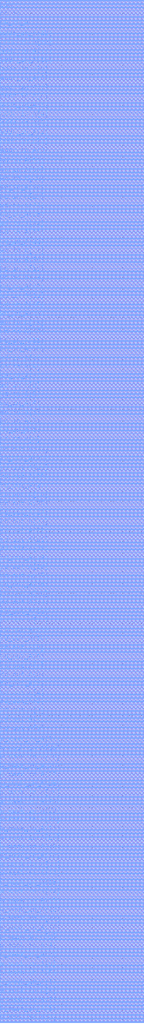
<source format=lef>
# Generated by FakeRAM 2.0
VERSION 5.7 ;
BUSBITCHARS "[]" ;
PROPERTYDEFINITIONS
  MACRO width INTEGER ;
  MACRO depth INTEGER ;
  MACRO banks INTEGER ;
END PROPERTYDEFINITIONS
MACRO fakeram7_dp_8196x32
  PROPERTY width 32 ;
  PROPERTY depth 8196 ;
  PROPERTY banks 8 ;
  FOREIGN fakeram7_dp_8196x32 0 0 ;
  SYMMETRY X Y ;
  SIZE 46.930 BY 333.200 ;
  CLASS BLOCK ;
  PIN w_mask_in_A[0]
    DIRECTION INPUT ;
    USE SIGNAL ;
    SHAPE ABUTMENT ;
    PORT
      LAYER M4 ;
      RECT 0.000 0.048 0.024 0.072 ;
    END
  END w_mask_in_A[0]
  PIN w_mask_in_B[0]
    DIRECTION INPUT ;
    USE SIGNAL ;
    SHAPE ABUTMENT ;
    PORT
      LAYER M4 ;
      RECT 46.906 0.048 46.930 0.072 ;
    END
  END w_mask_in_B[0]
  PIN w_mask_in_A[1]
    DIRECTION INPUT ;
    USE SIGNAL ;
    SHAPE ABUTMENT ;
    PORT
      LAYER M4 ;
      RECT 0.000 2.976 0.024 3.000 ;
    END
  END w_mask_in_A[1]
  PIN w_mask_in_B[1]
    DIRECTION INPUT ;
    USE SIGNAL ;
    SHAPE ABUTMENT ;
    PORT
      LAYER M4 ;
      RECT 46.906 2.976 46.930 3.000 ;
    END
  END w_mask_in_B[1]
  PIN w_mask_in_A[2]
    DIRECTION INPUT ;
    USE SIGNAL ;
    SHAPE ABUTMENT ;
    PORT
      LAYER M4 ;
      RECT 0.000 5.904 0.024 5.928 ;
    END
  END w_mask_in_A[2]
  PIN w_mask_in_B[2]
    DIRECTION INPUT ;
    USE SIGNAL ;
    SHAPE ABUTMENT ;
    PORT
      LAYER M4 ;
      RECT 46.906 5.904 46.930 5.928 ;
    END
  END w_mask_in_B[2]
  PIN w_mask_in_A[3]
    DIRECTION INPUT ;
    USE SIGNAL ;
    SHAPE ABUTMENT ;
    PORT
      LAYER M4 ;
      RECT 0.000 8.832 0.024 8.856 ;
    END
  END w_mask_in_A[3]
  PIN w_mask_in_B[3]
    DIRECTION INPUT ;
    USE SIGNAL ;
    SHAPE ABUTMENT ;
    PORT
      LAYER M4 ;
      RECT 46.906 8.832 46.930 8.856 ;
    END
  END w_mask_in_B[3]
  PIN w_mask_in_A[4]
    DIRECTION INPUT ;
    USE SIGNAL ;
    SHAPE ABUTMENT ;
    PORT
      LAYER M4 ;
      RECT 0.000 11.760 0.024 11.784 ;
    END
  END w_mask_in_A[4]
  PIN w_mask_in_B[4]
    DIRECTION INPUT ;
    USE SIGNAL ;
    SHAPE ABUTMENT ;
    PORT
      LAYER M4 ;
      RECT 46.906 11.760 46.930 11.784 ;
    END
  END w_mask_in_B[4]
  PIN w_mask_in_A[5]
    DIRECTION INPUT ;
    USE SIGNAL ;
    SHAPE ABUTMENT ;
    PORT
      LAYER M4 ;
      RECT 0.000 14.688 0.024 14.712 ;
    END
  END w_mask_in_A[5]
  PIN w_mask_in_B[5]
    DIRECTION INPUT ;
    USE SIGNAL ;
    SHAPE ABUTMENT ;
    PORT
      LAYER M4 ;
      RECT 46.906 14.688 46.930 14.712 ;
    END
  END w_mask_in_B[5]
  PIN w_mask_in_A[6]
    DIRECTION INPUT ;
    USE SIGNAL ;
    SHAPE ABUTMENT ;
    PORT
      LAYER M4 ;
      RECT 0.000 17.616 0.024 17.640 ;
    END
  END w_mask_in_A[6]
  PIN w_mask_in_B[6]
    DIRECTION INPUT ;
    USE SIGNAL ;
    SHAPE ABUTMENT ;
    PORT
      LAYER M4 ;
      RECT 46.906 17.616 46.930 17.640 ;
    END
  END w_mask_in_B[6]
  PIN w_mask_in_A[7]
    DIRECTION INPUT ;
    USE SIGNAL ;
    SHAPE ABUTMENT ;
    PORT
      LAYER M4 ;
      RECT 0.000 20.544 0.024 20.568 ;
    END
  END w_mask_in_A[7]
  PIN w_mask_in_B[7]
    DIRECTION INPUT ;
    USE SIGNAL ;
    SHAPE ABUTMENT ;
    PORT
      LAYER M4 ;
      RECT 46.906 20.544 46.930 20.568 ;
    END
  END w_mask_in_B[7]
  PIN w_mask_in_A[8]
    DIRECTION INPUT ;
    USE SIGNAL ;
    SHAPE ABUTMENT ;
    PORT
      LAYER M4 ;
      RECT 0.000 23.472 0.024 23.496 ;
    END
  END w_mask_in_A[8]
  PIN w_mask_in_B[8]
    DIRECTION INPUT ;
    USE SIGNAL ;
    SHAPE ABUTMENT ;
    PORT
      LAYER M4 ;
      RECT 46.906 23.472 46.930 23.496 ;
    END
  END w_mask_in_B[8]
  PIN w_mask_in_A[9]
    DIRECTION INPUT ;
    USE SIGNAL ;
    SHAPE ABUTMENT ;
    PORT
      LAYER M4 ;
      RECT 0.000 26.400 0.024 26.424 ;
    END
  END w_mask_in_A[9]
  PIN w_mask_in_B[9]
    DIRECTION INPUT ;
    USE SIGNAL ;
    SHAPE ABUTMENT ;
    PORT
      LAYER M4 ;
      RECT 46.906 26.400 46.930 26.424 ;
    END
  END w_mask_in_B[9]
  PIN w_mask_in_A[10]
    DIRECTION INPUT ;
    USE SIGNAL ;
    SHAPE ABUTMENT ;
    PORT
      LAYER M4 ;
      RECT 0.000 29.328 0.024 29.352 ;
    END
  END w_mask_in_A[10]
  PIN w_mask_in_B[10]
    DIRECTION INPUT ;
    USE SIGNAL ;
    SHAPE ABUTMENT ;
    PORT
      LAYER M4 ;
      RECT 46.906 29.328 46.930 29.352 ;
    END
  END w_mask_in_B[10]
  PIN w_mask_in_A[11]
    DIRECTION INPUT ;
    USE SIGNAL ;
    SHAPE ABUTMENT ;
    PORT
      LAYER M4 ;
      RECT 0.000 32.256 0.024 32.280 ;
    END
  END w_mask_in_A[11]
  PIN w_mask_in_B[11]
    DIRECTION INPUT ;
    USE SIGNAL ;
    SHAPE ABUTMENT ;
    PORT
      LAYER M4 ;
      RECT 46.906 32.256 46.930 32.280 ;
    END
  END w_mask_in_B[11]
  PIN w_mask_in_A[12]
    DIRECTION INPUT ;
    USE SIGNAL ;
    SHAPE ABUTMENT ;
    PORT
      LAYER M4 ;
      RECT 0.000 35.184 0.024 35.208 ;
    END
  END w_mask_in_A[12]
  PIN w_mask_in_B[12]
    DIRECTION INPUT ;
    USE SIGNAL ;
    SHAPE ABUTMENT ;
    PORT
      LAYER M4 ;
      RECT 46.906 35.184 46.930 35.208 ;
    END
  END w_mask_in_B[12]
  PIN w_mask_in_A[13]
    DIRECTION INPUT ;
    USE SIGNAL ;
    SHAPE ABUTMENT ;
    PORT
      LAYER M4 ;
      RECT 0.000 38.112 0.024 38.136 ;
    END
  END w_mask_in_A[13]
  PIN w_mask_in_B[13]
    DIRECTION INPUT ;
    USE SIGNAL ;
    SHAPE ABUTMENT ;
    PORT
      LAYER M4 ;
      RECT 46.906 38.112 46.930 38.136 ;
    END
  END w_mask_in_B[13]
  PIN w_mask_in_A[14]
    DIRECTION INPUT ;
    USE SIGNAL ;
    SHAPE ABUTMENT ;
    PORT
      LAYER M4 ;
      RECT 0.000 41.040 0.024 41.064 ;
    END
  END w_mask_in_A[14]
  PIN w_mask_in_B[14]
    DIRECTION INPUT ;
    USE SIGNAL ;
    SHAPE ABUTMENT ;
    PORT
      LAYER M4 ;
      RECT 46.906 41.040 46.930 41.064 ;
    END
  END w_mask_in_B[14]
  PIN w_mask_in_A[15]
    DIRECTION INPUT ;
    USE SIGNAL ;
    SHAPE ABUTMENT ;
    PORT
      LAYER M4 ;
      RECT 0.000 43.968 0.024 43.992 ;
    END
  END w_mask_in_A[15]
  PIN w_mask_in_B[15]
    DIRECTION INPUT ;
    USE SIGNAL ;
    SHAPE ABUTMENT ;
    PORT
      LAYER M4 ;
      RECT 46.906 43.968 46.930 43.992 ;
    END
  END w_mask_in_B[15]
  PIN w_mask_in_A[16]
    DIRECTION INPUT ;
    USE SIGNAL ;
    SHAPE ABUTMENT ;
    PORT
      LAYER M4 ;
      RECT 0.000 46.896 0.024 46.920 ;
    END
  END w_mask_in_A[16]
  PIN w_mask_in_B[16]
    DIRECTION INPUT ;
    USE SIGNAL ;
    SHAPE ABUTMENT ;
    PORT
      LAYER M4 ;
      RECT 46.906 46.896 46.930 46.920 ;
    END
  END w_mask_in_B[16]
  PIN w_mask_in_A[17]
    DIRECTION INPUT ;
    USE SIGNAL ;
    SHAPE ABUTMENT ;
    PORT
      LAYER M4 ;
      RECT 0.000 49.824 0.024 49.848 ;
    END
  END w_mask_in_A[17]
  PIN w_mask_in_B[17]
    DIRECTION INPUT ;
    USE SIGNAL ;
    SHAPE ABUTMENT ;
    PORT
      LAYER M4 ;
      RECT 46.906 49.824 46.930 49.848 ;
    END
  END w_mask_in_B[17]
  PIN w_mask_in_A[18]
    DIRECTION INPUT ;
    USE SIGNAL ;
    SHAPE ABUTMENT ;
    PORT
      LAYER M4 ;
      RECT 0.000 52.752 0.024 52.776 ;
    END
  END w_mask_in_A[18]
  PIN w_mask_in_B[18]
    DIRECTION INPUT ;
    USE SIGNAL ;
    SHAPE ABUTMENT ;
    PORT
      LAYER M4 ;
      RECT 46.906 52.752 46.930 52.776 ;
    END
  END w_mask_in_B[18]
  PIN w_mask_in_A[19]
    DIRECTION INPUT ;
    USE SIGNAL ;
    SHAPE ABUTMENT ;
    PORT
      LAYER M4 ;
      RECT 0.000 55.680 0.024 55.704 ;
    END
  END w_mask_in_A[19]
  PIN w_mask_in_B[19]
    DIRECTION INPUT ;
    USE SIGNAL ;
    SHAPE ABUTMENT ;
    PORT
      LAYER M4 ;
      RECT 46.906 55.680 46.930 55.704 ;
    END
  END w_mask_in_B[19]
  PIN w_mask_in_A[20]
    DIRECTION INPUT ;
    USE SIGNAL ;
    SHAPE ABUTMENT ;
    PORT
      LAYER M4 ;
      RECT 0.000 58.608 0.024 58.632 ;
    END
  END w_mask_in_A[20]
  PIN w_mask_in_B[20]
    DIRECTION INPUT ;
    USE SIGNAL ;
    SHAPE ABUTMENT ;
    PORT
      LAYER M4 ;
      RECT 46.906 58.608 46.930 58.632 ;
    END
  END w_mask_in_B[20]
  PIN w_mask_in_A[21]
    DIRECTION INPUT ;
    USE SIGNAL ;
    SHAPE ABUTMENT ;
    PORT
      LAYER M4 ;
      RECT 0.000 61.536 0.024 61.560 ;
    END
  END w_mask_in_A[21]
  PIN w_mask_in_B[21]
    DIRECTION INPUT ;
    USE SIGNAL ;
    SHAPE ABUTMENT ;
    PORT
      LAYER M4 ;
      RECT 46.906 61.536 46.930 61.560 ;
    END
  END w_mask_in_B[21]
  PIN w_mask_in_A[22]
    DIRECTION INPUT ;
    USE SIGNAL ;
    SHAPE ABUTMENT ;
    PORT
      LAYER M4 ;
      RECT 0.000 64.464 0.024 64.488 ;
    END
  END w_mask_in_A[22]
  PIN w_mask_in_B[22]
    DIRECTION INPUT ;
    USE SIGNAL ;
    SHAPE ABUTMENT ;
    PORT
      LAYER M4 ;
      RECT 46.906 64.464 46.930 64.488 ;
    END
  END w_mask_in_B[22]
  PIN w_mask_in_A[23]
    DIRECTION INPUT ;
    USE SIGNAL ;
    SHAPE ABUTMENT ;
    PORT
      LAYER M4 ;
      RECT 0.000 67.392 0.024 67.416 ;
    END
  END w_mask_in_A[23]
  PIN w_mask_in_B[23]
    DIRECTION INPUT ;
    USE SIGNAL ;
    SHAPE ABUTMENT ;
    PORT
      LAYER M4 ;
      RECT 46.906 67.392 46.930 67.416 ;
    END
  END w_mask_in_B[23]
  PIN w_mask_in_A[24]
    DIRECTION INPUT ;
    USE SIGNAL ;
    SHAPE ABUTMENT ;
    PORT
      LAYER M4 ;
      RECT 0.000 70.320 0.024 70.344 ;
    END
  END w_mask_in_A[24]
  PIN w_mask_in_B[24]
    DIRECTION INPUT ;
    USE SIGNAL ;
    SHAPE ABUTMENT ;
    PORT
      LAYER M4 ;
      RECT 46.906 70.320 46.930 70.344 ;
    END
  END w_mask_in_B[24]
  PIN w_mask_in_A[25]
    DIRECTION INPUT ;
    USE SIGNAL ;
    SHAPE ABUTMENT ;
    PORT
      LAYER M4 ;
      RECT 0.000 73.248 0.024 73.272 ;
    END
  END w_mask_in_A[25]
  PIN w_mask_in_B[25]
    DIRECTION INPUT ;
    USE SIGNAL ;
    SHAPE ABUTMENT ;
    PORT
      LAYER M4 ;
      RECT 46.906 73.248 46.930 73.272 ;
    END
  END w_mask_in_B[25]
  PIN w_mask_in_A[26]
    DIRECTION INPUT ;
    USE SIGNAL ;
    SHAPE ABUTMENT ;
    PORT
      LAYER M4 ;
      RECT 0.000 76.176 0.024 76.200 ;
    END
  END w_mask_in_A[26]
  PIN w_mask_in_B[26]
    DIRECTION INPUT ;
    USE SIGNAL ;
    SHAPE ABUTMENT ;
    PORT
      LAYER M4 ;
      RECT 46.906 76.176 46.930 76.200 ;
    END
  END w_mask_in_B[26]
  PIN w_mask_in_A[27]
    DIRECTION INPUT ;
    USE SIGNAL ;
    SHAPE ABUTMENT ;
    PORT
      LAYER M4 ;
      RECT 0.000 79.104 0.024 79.128 ;
    END
  END w_mask_in_A[27]
  PIN w_mask_in_B[27]
    DIRECTION INPUT ;
    USE SIGNAL ;
    SHAPE ABUTMENT ;
    PORT
      LAYER M4 ;
      RECT 46.906 79.104 46.930 79.128 ;
    END
  END w_mask_in_B[27]
  PIN w_mask_in_A[28]
    DIRECTION INPUT ;
    USE SIGNAL ;
    SHAPE ABUTMENT ;
    PORT
      LAYER M4 ;
      RECT 0.000 82.032 0.024 82.056 ;
    END
  END w_mask_in_A[28]
  PIN w_mask_in_B[28]
    DIRECTION INPUT ;
    USE SIGNAL ;
    SHAPE ABUTMENT ;
    PORT
      LAYER M4 ;
      RECT 46.906 82.032 46.930 82.056 ;
    END
  END w_mask_in_B[28]
  PIN w_mask_in_A[29]
    DIRECTION INPUT ;
    USE SIGNAL ;
    SHAPE ABUTMENT ;
    PORT
      LAYER M4 ;
      RECT 0.000 84.960 0.024 84.984 ;
    END
  END w_mask_in_A[29]
  PIN w_mask_in_B[29]
    DIRECTION INPUT ;
    USE SIGNAL ;
    SHAPE ABUTMENT ;
    PORT
      LAYER M4 ;
      RECT 46.906 84.960 46.930 84.984 ;
    END
  END w_mask_in_B[29]
  PIN w_mask_in_A[30]
    DIRECTION INPUT ;
    USE SIGNAL ;
    SHAPE ABUTMENT ;
    PORT
      LAYER M4 ;
      RECT 0.000 87.888 0.024 87.912 ;
    END
  END w_mask_in_A[30]
  PIN w_mask_in_B[30]
    DIRECTION INPUT ;
    USE SIGNAL ;
    SHAPE ABUTMENT ;
    PORT
      LAYER M4 ;
      RECT 46.906 87.888 46.930 87.912 ;
    END
  END w_mask_in_B[30]
  PIN w_mask_in_A[31]
    DIRECTION INPUT ;
    USE SIGNAL ;
    SHAPE ABUTMENT ;
    PORT
      LAYER M4 ;
      RECT 0.000 90.816 0.024 90.840 ;
    END
  END w_mask_in_A[31]
  PIN w_mask_in_B[31]
    DIRECTION INPUT ;
    USE SIGNAL ;
    SHAPE ABUTMENT ;
    PORT
      LAYER M4 ;
      RECT 46.906 90.816 46.930 90.840 ;
    END
  END w_mask_in_B[31]
  PIN rd_out_A[0]
    DIRECTION OUTPUT ;
    USE SIGNAL ;
    SHAPE ABUTMENT ;
    PORT
      LAYER M4 ;
      RECT 0.000 94.272 0.024 94.296 ;
    END
  END rd_out_A[0]
  PIN rd_out_B[0]
    DIRECTION OUTPUT ;
    USE SIGNAL ;
    SHAPE ABUTMENT ;
    PORT
      LAYER M4 ;
      RECT 46.906 94.272 46.930 94.296 ;
    END
  END rd_out_B[0]
  PIN rd_out_A[1]
    DIRECTION OUTPUT ;
    USE SIGNAL ;
    SHAPE ABUTMENT ;
    PORT
      LAYER M4 ;
      RECT 0.000 97.200 0.024 97.224 ;
    END
  END rd_out_A[1]
  PIN rd_out_B[1]
    DIRECTION OUTPUT ;
    USE SIGNAL ;
    SHAPE ABUTMENT ;
    PORT
      LAYER M4 ;
      RECT 46.906 97.200 46.930 97.224 ;
    END
  END rd_out_B[1]
  PIN rd_out_A[2]
    DIRECTION OUTPUT ;
    USE SIGNAL ;
    SHAPE ABUTMENT ;
    PORT
      LAYER M4 ;
      RECT 0.000 100.128 0.024 100.152 ;
    END
  END rd_out_A[2]
  PIN rd_out_B[2]
    DIRECTION OUTPUT ;
    USE SIGNAL ;
    SHAPE ABUTMENT ;
    PORT
      LAYER M4 ;
      RECT 46.906 100.128 46.930 100.152 ;
    END
  END rd_out_B[2]
  PIN rd_out_A[3]
    DIRECTION OUTPUT ;
    USE SIGNAL ;
    SHAPE ABUTMENT ;
    PORT
      LAYER M4 ;
      RECT 0.000 103.056 0.024 103.080 ;
    END
  END rd_out_A[3]
  PIN rd_out_B[3]
    DIRECTION OUTPUT ;
    USE SIGNAL ;
    SHAPE ABUTMENT ;
    PORT
      LAYER M4 ;
      RECT 46.906 103.056 46.930 103.080 ;
    END
  END rd_out_B[3]
  PIN rd_out_A[4]
    DIRECTION OUTPUT ;
    USE SIGNAL ;
    SHAPE ABUTMENT ;
    PORT
      LAYER M4 ;
      RECT 0.000 105.984 0.024 106.008 ;
    END
  END rd_out_A[4]
  PIN rd_out_B[4]
    DIRECTION OUTPUT ;
    USE SIGNAL ;
    SHAPE ABUTMENT ;
    PORT
      LAYER M4 ;
      RECT 46.906 105.984 46.930 106.008 ;
    END
  END rd_out_B[4]
  PIN rd_out_A[5]
    DIRECTION OUTPUT ;
    USE SIGNAL ;
    SHAPE ABUTMENT ;
    PORT
      LAYER M4 ;
      RECT 0.000 108.912 0.024 108.936 ;
    END
  END rd_out_A[5]
  PIN rd_out_B[5]
    DIRECTION OUTPUT ;
    USE SIGNAL ;
    SHAPE ABUTMENT ;
    PORT
      LAYER M4 ;
      RECT 46.906 108.912 46.930 108.936 ;
    END
  END rd_out_B[5]
  PIN rd_out_A[6]
    DIRECTION OUTPUT ;
    USE SIGNAL ;
    SHAPE ABUTMENT ;
    PORT
      LAYER M4 ;
      RECT 0.000 111.840 0.024 111.864 ;
    END
  END rd_out_A[6]
  PIN rd_out_B[6]
    DIRECTION OUTPUT ;
    USE SIGNAL ;
    SHAPE ABUTMENT ;
    PORT
      LAYER M4 ;
      RECT 46.906 111.840 46.930 111.864 ;
    END
  END rd_out_B[6]
  PIN rd_out_A[7]
    DIRECTION OUTPUT ;
    USE SIGNAL ;
    SHAPE ABUTMENT ;
    PORT
      LAYER M4 ;
      RECT 0.000 114.768 0.024 114.792 ;
    END
  END rd_out_A[7]
  PIN rd_out_B[7]
    DIRECTION OUTPUT ;
    USE SIGNAL ;
    SHAPE ABUTMENT ;
    PORT
      LAYER M4 ;
      RECT 46.906 114.768 46.930 114.792 ;
    END
  END rd_out_B[7]
  PIN rd_out_A[8]
    DIRECTION OUTPUT ;
    USE SIGNAL ;
    SHAPE ABUTMENT ;
    PORT
      LAYER M4 ;
      RECT 0.000 117.696 0.024 117.720 ;
    END
  END rd_out_A[8]
  PIN rd_out_B[8]
    DIRECTION OUTPUT ;
    USE SIGNAL ;
    SHAPE ABUTMENT ;
    PORT
      LAYER M4 ;
      RECT 46.906 117.696 46.930 117.720 ;
    END
  END rd_out_B[8]
  PIN rd_out_A[9]
    DIRECTION OUTPUT ;
    USE SIGNAL ;
    SHAPE ABUTMENT ;
    PORT
      LAYER M4 ;
      RECT 0.000 120.624 0.024 120.648 ;
    END
  END rd_out_A[9]
  PIN rd_out_B[9]
    DIRECTION OUTPUT ;
    USE SIGNAL ;
    SHAPE ABUTMENT ;
    PORT
      LAYER M4 ;
      RECT 46.906 120.624 46.930 120.648 ;
    END
  END rd_out_B[9]
  PIN rd_out_A[10]
    DIRECTION OUTPUT ;
    USE SIGNAL ;
    SHAPE ABUTMENT ;
    PORT
      LAYER M4 ;
      RECT 0.000 123.552 0.024 123.576 ;
    END
  END rd_out_A[10]
  PIN rd_out_B[10]
    DIRECTION OUTPUT ;
    USE SIGNAL ;
    SHAPE ABUTMENT ;
    PORT
      LAYER M4 ;
      RECT 46.906 123.552 46.930 123.576 ;
    END
  END rd_out_B[10]
  PIN rd_out_A[11]
    DIRECTION OUTPUT ;
    USE SIGNAL ;
    SHAPE ABUTMENT ;
    PORT
      LAYER M4 ;
      RECT 0.000 126.480 0.024 126.504 ;
    END
  END rd_out_A[11]
  PIN rd_out_B[11]
    DIRECTION OUTPUT ;
    USE SIGNAL ;
    SHAPE ABUTMENT ;
    PORT
      LAYER M4 ;
      RECT 46.906 126.480 46.930 126.504 ;
    END
  END rd_out_B[11]
  PIN rd_out_A[12]
    DIRECTION OUTPUT ;
    USE SIGNAL ;
    SHAPE ABUTMENT ;
    PORT
      LAYER M4 ;
      RECT 0.000 129.408 0.024 129.432 ;
    END
  END rd_out_A[12]
  PIN rd_out_B[12]
    DIRECTION OUTPUT ;
    USE SIGNAL ;
    SHAPE ABUTMENT ;
    PORT
      LAYER M4 ;
      RECT 46.906 129.408 46.930 129.432 ;
    END
  END rd_out_B[12]
  PIN rd_out_A[13]
    DIRECTION OUTPUT ;
    USE SIGNAL ;
    SHAPE ABUTMENT ;
    PORT
      LAYER M4 ;
      RECT 0.000 132.336 0.024 132.360 ;
    END
  END rd_out_A[13]
  PIN rd_out_B[13]
    DIRECTION OUTPUT ;
    USE SIGNAL ;
    SHAPE ABUTMENT ;
    PORT
      LAYER M4 ;
      RECT 46.906 132.336 46.930 132.360 ;
    END
  END rd_out_B[13]
  PIN rd_out_A[14]
    DIRECTION OUTPUT ;
    USE SIGNAL ;
    SHAPE ABUTMENT ;
    PORT
      LAYER M4 ;
      RECT 0.000 135.264 0.024 135.288 ;
    END
  END rd_out_A[14]
  PIN rd_out_B[14]
    DIRECTION OUTPUT ;
    USE SIGNAL ;
    SHAPE ABUTMENT ;
    PORT
      LAYER M4 ;
      RECT 46.906 135.264 46.930 135.288 ;
    END
  END rd_out_B[14]
  PIN rd_out_A[15]
    DIRECTION OUTPUT ;
    USE SIGNAL ;
    SHAPE ABUTMENT ;
    PORT
      LAYER M4 ;
      RECT 0.000 138.192 0.024 138.216 ;
    END
  END rd_out_A[15]
  PIN rd_out_B[15]
    DIRECTION OUTPUT ;
    USE SIGNAL ;
    SHAPE ABUTMENT ;
    PORT
      LAYER M4 ;
      RECT 46.906 138.192 46.930 138.216 ;
    END
  END rd_out_B[15]
  PIN rd_out_A[16]
    DIRECTION OUTPUT ;
    USE SIGNAL ;
    SHAPE ABUTMENT ;
    PORT
      LAYER M4 ;
      RECT 0.000 141.120 0.024 141.144 ;
    END
  END rd_out_A[16]
  PIN rd_out_B[16]
    DIRECTION OUTPUT ;
    USE SIGNAL ;
    SHAPE ABUTMENT ;
    PORT
      LAYER M4 ;
      RECT 46.906 141.120 46.930 141.144 ;
    END
  END rd_out_B[16]
  PIN rd_out_A[17]
    DIRECTION OUTPUT ;
    USE SIGNAL ;
    SHAPE ABUTMENT ;
    PORT
      LAYER M4 ;
      RECT 0.000 144.048 0.024 144.072 ;
    END
  END rd_out_A[17]
  PIN rd_out_B[17]
    DIRECTION OUTPUT ;
    USE SIGNAL ;
    SHAPE ABUTMENT ;
    PORT
      LAYER M4 ;
      RECT 46.906 144.048 46.930 144.072 ;
    END
  END rd_out_B[17]
  PIN rd_out_A[18]
    DIRECTION OUTPUT ;
    USE SIGNAL ;
    SHAPE ABUTMENT ;
    PORT
      LAYER M4 ;
      RECT 0.000 146.976 0.024 147.000 ;
    END
  END rd_out_A[18]
  PIN rd_out_B[18]
    DIRECTION OUTPUT ;
    USE SIGNAL ;
    SHAPE ABUTMENT ;
    PORT
      LAYER M4 ;
      RECT 46.906 146.976 46.930 147.000 ;
    END
  END rd_out_B[18]
  PIN rd_out_A[19]
    DIRECTION OUTPUT ;
    USE SIGNAL ;
    SHAPE ABUTMENT ;
    PORT
      LAYER M4 ;
      RECT 0.000 149.904 0.024 149.928 ;
    END
  END rd_out_A[19]
  PIN rd_out_B[19]
    DIRECTION OUTPUT ;
    USE SIGNAL ;
    SHAPE ABUTMENT ;
    PORT
      LAYER M4 ;
      RECT 46.906 149.904 46.930 149.928 ;
    END
  END rd_out_B[19]
  PIN rd_out_A[20]
    DIRECTION OUTPUT ;
    USE SIGNAL ;
    SHAPE ABUTMENT ;
    PORT
      LAYER M4 ;
      RECT 0.000 152.832 0.024 152.856 ;
    END
  END rd_out_A[20]
  PIN rd_out_B[20]
    DIRECTION OUTPUT ;
    USE SIGNAL ;
    SHAPE ABUTMENT ;
    PORT
      LAYER M4 ;
      RECT 46.906 152.832 46.930 152.856 ;
    END
  END rd_out_B[20]
  PIN rd_out_A[21]
    DIRECTION OUTPUT ;
    USE SIGNAL ;
    SHAPE ABUTMENT ;
    PORT
      LAYER M4 ;
      RECT 0.000 155.760 0.024 155.784 ;
    END
  END rd_out_A[21]
  PIN rd_out_B[21]
    DIRECTION OUTPUT ;
    USE SIGNAL ;
    SHAPE ABUTMENT ;
    PORT
      LAYER M4 ;
      RECT 46.906 155.760 46.930 155.784 ;
    END
  END rd_out_B[21]
  PIN rd_out_A[22]
    DIRECTION OUTPUT ;
    USE SIGNAL ;
    SHAPE ABUTMENT ;
    PORT
      LAYER M4 ;
      RECT 0.000 158.688 0.024 158.712 ;
    END
  END rd_out_A[22]
  PIN rd_out_B[22]
    DIRECTION OUTPUT ;
    USE SIGNAL ;
    SHAPE ABUTMENT ;
    PORT
      LAYER M4 ;
      RECT 46.906 158.688 46.930 158.712 ;
    END
  END rd_out_B[22]
  PIN rd_out_A[23]
    DIRECTION OUTPUT ;
    USE SIGNAL ;
    SHAPE ABUTMENT ;
    PORT
      LAYER M4 ;
      RECT 0.000 161.616 0.024 161.640 ;
    END
  END rd_out_A[23]
  PIN rd_out_B[23]
    DIRECTION OUTPUT ;
    USE SIGNAL ;
    SHAPE ABUTMENT ;
    PORT
      LAYER M4 ;
      RECT 46.906 161.616 46.930 161.640 ;
    END
  END rd_out_B[23]
  PIN rd_out_A[24]
    DIRECTION OUTPUT ;
    USE SIGNAL ;
    SHAPE ABUTMENT ;
    PORT
      LAYER M4 ;
      RECT 0.000 164.544 0.024 164.568 ;
    END
  END rd_out_A[24]
  PIN rd_out_B[24]
    DIRECTION OUTPUT ;
    USE SIGNAL ;
    SHAPE ABUTMENT ;
    PORT
      LAYER M4 ;
      RECT 46.906 164.544 46.930 164.568 ;
    END
  END rd_out_B[24]
  PIN rd_out_A[25]
    DIRECTION OUTPUT ;
    USE SIGNAL ;
    SHAPE ABUTMENT ;
    PORT
      LAYER M4 ;
      RECT 0.000 167.472 0.024 167.496 ;
    END
  END rd_out_A[25]
  PIN rd_out_B[25]
    DIRECTION OUTPUT ;
    USE SIGNAL ;
    SHAPE ABUTMENT ;
    PORT
      LAYER M4 ;
      RECT 46.906 167.472 46.930 167.496 ;
    END
  END rd_out_B[25]
  PIN rd_out_A[26]
    DIRECTION OUTPUT ;
    USE SIGNAL ;
    SHAPE ABUTMENT ;
    PORT
      LAYER M4 ;
      RECT 0.000 170.400 0.024 170.424 ;
    END
  END rd_out_A[26]
  PIN rd_out_B[26]
    DIRECTION OUTPUT ;
    USE SIGNAL ;
    SHAPE ABUTMENT ;
    PORT
      LAYER M4 ;
      RECT 46.906 170.400 46.930 170.424 ;
    END
  END rd_out_B[26]
  PIN rd_out_A[27]
    DIRECTION OUTPUT ;
    USE SIGNAL ;
    SHAPE ABUTMENT ;
    PORT
      LAYER M4 ;
      RECT 0.000 173.328 0.024 173.352 ;
    END
  END rd_out_A[27]
  PIN rd_out_B[27]
    DIRECTION OUTPUT ;
    USE SIGNAL ;
    SHAPE ABUTMENT ;
    PORT
      LAYER M4 ;
      RECT 46.906 173.328 46.930 173.352 ;
    END
  END rd_out_B[27]
  PIN rd_out_A[28]
    DIRECTION OUTPUT ;
    USE SIGNAL ;
    SHAPE ABUTMENT ;
    PORT
      LAYER M4 ;
      RECT 0.000 176.256 0.024 176.280 ;
    END
  END rd_out_A[28]
  PIN rd_out_B[28]
    DIRECTION OUTPUT ;
    USE SIGNAL ;
    SHAPE ABUTMENT ;
    PORT
      LAYER M4 ;
      RECT 46.906 176.256 46.930 176.280 ;
    END
  END rd_out_B[28]
  PIN rd_out_A[29]
    DIRECTION OUTPUT ;
    USE SIGNAL ;
    SHAPE ABUTMENT ;
    PORT
      LAYER M4 ;
      RECT 0.000 179.184 0.024 179.208 ;
    END
  END rd_out_A[29]
  PIN rd_out_B[29]
    DIRECTION OUTPUT ;
    USE SIGNAL ;
    SHAPE ABUTMENT ;
    PORT
      LAYER M4 ;
      RECT 46.906 179.184 46.930 179.208 ;
    END
  END rd_out_B[29]
  PIN rd_out_A[30]
    DIRECTION OUTPUT ;
    USE SIGNAL ;
    SHAPE ABUTMENT ;
    PORT
      LAYER M4 ;
      RECT 0.000 182.112 0.024 182.136 ;
    END
  END rd_out_A[30]
  PIN rd_out_B[30]
    DIRECTION OUTPUT ;
    USE SIGNAL ;
    SHAPE ABUTMENT ;
    PORT
      LAYER M4 ;
      RECT 46.906 182.112 46.930 182.136 ;
    END
  END rd_out_B[30]
  PIN rd_out_A[31]
    DIRECTION OUTPUT ;
    USE SIGNAL ;
    SHAPE ABUTMENT ;
    PORT
      LAYER M4 ;
      RECT 0.000 185.040 0.024 185.064 ;
    END
  END rd_out_A[31]
  PIN rd_out_B[31]
    DIRECTION OUTPUT ;
    USE SIGNAL ;
    SHAPE ABUTMENT ;
    PORT
      LAYER M4 ;
      RECT 46.906 185.040 46.930 185.064 ;
    END
  END rd_out_B[31]
  PIN wd_in_A[0]
    DIRECTION INPUT ;
    USE SIGNAL ;
    SHAPE ABUTMENT ;
    PORT
      LAYER M4 ;
      RECT 0.000 188.496 0.024 188.520 ;
    END
  END wd_in_A[0]
  PIN wd_in_B[0]
    DIRECTION INPUT ;
    USE SIGNAL ;
    SHAPE ABUTMENT ;
    PORT
      LAYER M4 ;
      RECT 46.906 188.496 46.930 188.520 ;
    END
  END wd_in_B[0]
  PIN wd_in_A[1]
    DIRECTION INPUT ;
    USE SIGNAL ;
    SHAPE ABUTMENT ;
    PORT
      LAYER M4 ;
      RECT 0.000 191.424 0.024 191.448 ;
    END
  END wd_in_A[1]
  PIN wd_in_B[1]
    DIRECTION INPUT ;
    USE SIGNAL ;
    SHAPE ABUTMENT ;
    PORT
      LAYER M4 ;
      RECT 46.906 191.424 46.930 191.448 ;
    END
  END wd_in_B[1]
  PIN wd_in_A[2]
    DIRECTION INPUT ;
    USE SIGNAL ;
    SHAPE ABUTMENT ;
    PORT
      LAYER M4 ;
      RECT 0.000 194.352 0.024 194.376 ;
    END
  END wd_in_A[2]
  PIN wd_in_B[2]
    DIRECTION INPUT ;
    USE SIGNAL ;
    SHAPE ABUTMENT ;
    PORT
      LAYER M4 ;
      RECT 46.906 194.352 46.930 194.376 ;
    END
  END wd_in_B[2]
  PIN wd_in_A[3]
    DIRECTION INPUT ;
    USE SIGNAL ;
    SHAPE ABUTMENT ;
    PORT
      LAYER M4 ;
      RECT 0.000 197.280 0.024 197.304 ;
    END
  END wd_in_A[3]
  PIN wd_in_B[3]
    DIRECTION INPUT ;
    USE SIGNAL ;
    SHAPE ABUTMENT ;
    PORT
      LAYER M4 ;
      RECT 46.906 197.280 46.930 197.304 ;
    END
  END wd_in_B[3]
  PIN wd_in_A[4]
    DIRECTION INPUT ;
    USE SIGNAL ;
    SHAPE ABUTMENT ;
    PORT
      LAYER M4 ;
      RECT 0.000 200.208 0.024 200.232 ;
    END
  END wd_in_A[4]
  PIN wd_in_B[4]
    DIRECTION INPUT ;
    USE SIGNAL ;
    SHAPE ABUTMENT ;
    PORT
      LAYER M4 ;
      RECT 46.906 200.208 46.930 200.232 ;
    END
  END wd_in_B[4]
  PIN wd_in_A[5]
    DIRECTION INPUT ;
    USE SIGNAL ;
    SHAPE ABUTMENT ;
    PORT
      LAYER M4 ;
      RECT 0.000 203.136 0.024 203.160 ;
    END
  END wd_in_A[5]
  PIN wd_in_B[5]
    DIRECTION INPUT ;
    USE SIGNAL ;
    SHAPE ABUTMENT ;
    PORT
      LAYER M4 ;
      RECT 46.906 203.136 46.930 203.160 ;
    END
  END wd_in_B[5]
  PIN wd_in_A[6]
    DIRECTION INPUT ;
    USE SIGNAL ;
    SHAPE ABUTMENT ;
    PORT
      LAYER M4 ;
      RECT 0.000 206.064 0.024 206.088 ;
    END
  END wd_in_A[6]
  PIN wd_in_B[6]
    DIRECTION INPUT ;
    USE SIGNAL ;
    SHAPE ABUTMENT ;
    PORT
      LAYER M4 ;
      RECT 46.906 206.064 46.930 206.088 ;
    END
  END wd_in_B[6]
  PIN wd_in_A[7]
    DIRECTION INPUT ;
    USE SIGNAL ;
    SHAPE ABUTMENT ;
    PORT
      LAYER M4 ;
      RECT 0.000 208.992 0.024 209.016 ;
    END
  END wd_in_A[7]
  PIN wd_in_B[7]
    DIRECTION INPUT ;
    USE SIGNAL ;
    SHAPE ABUTMENT ;
    PORT
      LAYER M4 ;
      RECT 46.906 208.992 46.930 209.016 ;
    END
  END wd_in_B[7]
  PIN wd_in_A[8]
    DIRECTION INPUT ;
    USE SIGNAL ;
    SHAPE ABUTMENT ;
    PORT
      LAYER M4 ;
      RECT 0.000 211.920 0.024 211.944 ;
    END
  END wd_in_A[8]
  PIN wd_in_B[8]
    DIRECTION INPUT ;
    USE SIGNAL ;
    SHAPE ABUTMENT ;
    PORT
      LAYER M4 ;
      RECT 46.906 211.920 46.930 211.944 ;
    END
  END wd_in_B[8]
  PIN wd_in_A[9]
    DIRECTION INPUT ;
    USE SIGNAL ;
    SHAPE ABUTMENT ;
    PORT
      LAYER M4 ;
      RECT 0.000 214.848 0.024 214.872 ;
    END
  END wd_in_A[9]
  PIN wd_in_B[9]
    DIRECTION INPUT ;
    USE SIGNAL ;
    SHAPE ABUTMENT ;
    PORT
      LAYER M4 ;
      RECT 46.906 214.848 46.930 214.872 ;
    END
  END wd_in_B[9]
  PIN wd_in_A[10]
    DIRECTION INPUT ;
    USE SIGNAL ;
    SHAPE ABUTMENT ;
    PORT
      LAYER M4 ;
      RECT 0.000 217.776 0.024 217.800 ;
    END
  END wd_in_A[10]
  PIN wd_in_B[10]
    DIRECTION INPUT ;
    USE SIGNAL ;
    SHAPE ABUTMENT ;
    PORT
      LAYER M4 ;
      RECT 46.906 217.776 46.930 217.800 ;
    END
  END wd_in_B[10]
  PIN wd_in_A[11]
    DIRECTION INPUT ;
    USE SIGNAL ;
    SHAPE ABUTMENT ;
    PORT
      LAYER M4 ;
      RECT 0.000 220.704 0.024 220.728 ;
    END
  END wd_in_A[11]
  PIN wd_in_B[11]
    DIRECTION INPUT ;
    USE SIGNAL ;
    SHAPE ABUTMENT ;
    PORT
      LAYER M4 ;
      RECT 46.906 220.704 46.930 220.728 ;
    END
  END wd_in_B[11]
  PIN wd_in_A[12]
    DIRECTION INPUT ;
    USE SIGNAL ;
    SHAPE ABUTMENT ;
    PORT
      LAYER M4 ;
      RECT 0.000 223.632 0.024 223.656 ;
    END
  END wd_in_A[12]
  PIN wd_in_B[12]
    DIRECTION INPUT ;
    USE SIGNAL ;
    SHAPE ABUTMENT ;
    PORT
      LAYER M4 ;
      RECT 46.906 223.632 46.930 223.656 ;
    END
  END wd_in_B[12]
  PIN wd_in_A[13]
    DIRECTION INPUT ;
    USE SIGNAL ;
    SHAPE ABUTMENT ;
    PORT
      LAYER M4 ;
      RECT 0.000 226.560 0.024 226.584 ;
    END
  END wd_in_A[13]
  PIN wd_in_B[13]
    DIRECTION INPUT ;
    USE SIGNAL ;
    SHAPE ABUTMENT ;
    PORT
      LAYER M4 ;
      RECT 46.906 226.560 46.930 226.584 ;
    END
  END wd_in_B[13]
  PIN wd_in_A[14]
    DIRECTION INPUT ;
    USE SIGNAL ;
    SHAPE ABUTMENT ;
    PORT
      LAYER M4 ;
      RECT 0.000 229.488 0.024 229.512 ;
    END
  END wd_in_A[14]
  PIN wd_in_B[14]
    DIRECTION INPUT ;
    USE SIGNAL ;
    SHAPE ABUTMENT ;
    PORT
      LAYER M4 ;
      RECT 46.906 229.488 46.930 229.512 ;
    END
  END wd_in_B[14]
  PIN wd_in_A[15]
    DIRECTION INPUT ;
    USE SIGNAL ;
    SHAPE ABUTMENT ;
    PORT
      LAYER M4 ;
      RECT 0.000 232.416 0.024 232.440 ;
    END
  END wd_in_A[15]
  PIN wd_in_B[15]
    DIRECTION INPUT ;
    USE SIGNAL ;
    SHAPE ABUTMENT ;
    PORT
      LAYER M4 ;
      RECT 46.906 232.416 46.930 232.440 ;
    END
  END wd_in_B[15]
  PIN wd_in_A[16]
    DIRECTION INPUT ;
    USE SIGNAL ;
    SHAPE ABUTMENT ;
    PORT
      LAYER M4 ;
      RECT 0.000 235.344 0.024 235.368 ;
    END
  END wd_in_A[16]
  PIN wd_in_B[16]
    DIRECTION INPUT ;
    USE SIGNAL ;
    SHAPE ABUTMENT ;
    PORT
      LAYER M4 ;
      RECT 46.906 235.344 46.930 235.368 ;
    END
  END wd_in_B[16]
  PIN wd_in_A[17]
    DIRECTION INPUT ;
    USE SIGNAL ;
    SHAPE ABUTMENT ;
    PORT
      LAYER M4 ;
      RECT 0.000 238.272 0.024 238.296 ;
    END
  END wd_in_A[17]
  PIN wd_in_B[17]
    DIRECTION INPUT ;
    USE SIGNAL ;
    SHAPE ABUTMENT ;
    PORT
      LAYER M4 ;
      RECT 46.906 238.272 46.930 238.296 ;
    END
  END wd_in_B[17]
  PIN wd_in_A[18]
    DIRECTION INPUT ;
    USE SIGNAL ;
    SHAPE ABUTMENT ;
    PORT
      LAYER M4 ;
      RECT 0.000 241.200 0.024 241.224 ;
    END
  END wd_in_A[18]
  PIN wd_in_B[18]
    DIRECTION INPUT ;
    USE SIGNAL ;
    SHAPE ABUTMENT ;
    PORT
      LAYER M4 ;
      RECT 46.906 241.200 46.930 241.224 ;
    END
  END wd_in_B[18]
  PIN wd_in_A[19]
    DIRECTION INPUT ;
    USE SIGNAL ;
    SHAPE ABUTMENT ;
    PORT
      LAYER M4 ;
      RECT 0.000 244.128 0.024 244.152 ;
    END
  END wd_in_A[19]
  PIN wd_in_B[19]
    DIRECTION INPUT ;
    USE SIGNAL ;
    SHAPE ABUTMENT ;
    PORT
      LAYER M4 ;
      RECT 46.906 244.128 46.930 244.152 ;
    END
  END wd_in_B[19]
  PIN wd_in_A[20]
    DIRECTION INPUT ;
    USE SIGNAL ;
    SHAPE ABUTMENT ;
    PORT
      LAYER M4 ;
      RECT 0.000 247.056 0.024 247.080 ;
    END
  END wd_in_A[20]
  PIN wd_in_B[20]
    DIRECTION INPUT ;
    USE SIGNAL ;
    SHAPE ABUTMENT ;
    PORT
      LAYER M4 ;
      RECT 46.906 247.056 46.930 247.080 ;
    END
  END wd_in_B[20]
  PIN wd_in_A[21]
    DIRECTION INPUT ;
    USE SIGNAL ;
    SHAPE ABUTMENT ;
    PORT
      LAYER M4 ;
      RECT 0.000 249.984 0.024 250.008 ;
    END
  END wd_in_A[21]
  PIN wd_in_B[21]
    DIRECTION INPUT ;
    USE SIGNAL ;
    SHAPE ABUTMENT ;
    PORT
      LAYER M4 ;
      RECT 46.906 249.984 46.930 250.008 ;
    END
  END wd_in_B[21]
  PIN wd_in_A[22]
    DIRECTION INPUT ;
    USE SIGNAL ;
    SHAPE ABUTMENT ;
    PORT
      LAYER M4 ;
      RECT 0.000 252.912 0.024 252.936 ;
    END
  END wd_in_A[22]
  PIN wd_in_B[22]
    DIRECTION INPUT ;
    USE SIGNAL ;
    SHAPE ABUTMENT ;
    PORT
      LAYER M4 ;
      RECT 46.906 252.912 46.930 252.936 ;
    END
  END wd_in_B[22]
  PIN wd_in_A[23]
    DIRECTION INPUT ;
    USE SIGNAL ;
    SHAPE ABUTMENT ;
    PORT
      LAYER M4 ;
      RECT 0.000 255.840 0.024 255.864 ;
    END
  END wd_in_A[23]
  PIN wd_in_B[23]
    DIRECTION INPUT ;
    USE SIGNAL ;
    SHAPE ABUTMENT ;
    PORT
      LAYER M4 ;
      RECT 46.906 255.840 46.930 255.864 ;
    END
  END wd_in_B[23]
  PIN wd_in_A[24]
    DIRECTION INPUT ;
    USE SIGNAL ;
    SHAPE ABUTMENT ;
    PORT
      LAYER M4 ;
      RECT 0.000 258.768 0.024 258.792 ;
    END
  END wd_in_A[24]
  PIN wd_in_B[24]
    DIRECTION INPUT ;
    USE SIGNAL ;
    SHAPE ABUTMENT ;
    PORT
      LAYER M4 ;
      RECT 46.906 258.768 46.930 258.792 ;
    END
  END wd_in_B[24]
  PIN wd_in_A[25]
    DIRECTION INPUT ;
    USE SIGNAL ;
    SHAPE ABUTMENT ;
    PORT
      LAYER M4 ;
      RECT 0.000 261.696 0.024 261.720 ;
    END
  END wd_in_A[25]
  PIN wd_in_B[25]
    DIRECTION INPUT ;
    USE SIGNAL ;
    SHAPE ABUTMENT ;
    PORT
      LAYER M4 ;
      RECT 46.906 261.696 46.930 261.720 ;
    END
  END wd_in_B[25]
  PIN wd_in_A[26]
    DIRECTION INPUT ;
    USE SIGNAL ;
    SHAPE ABUTMENT ;
    PORT
      LAYER M4 ;
      RECT 0.000 264.624 0.024 264.648 ;
    END
  END wd_in_A[26]
  PIN wd_in_B[26]
    DIRECTION INPUT ;
    USE SIGNAL ;
    SHAPE ABUTMENT ;
    PORT
      LAYER M4 ;
      RECT 46.906 264.624 46.930 264.648 ;
    END
  END wd_in_B[26]
  PIN wd_in_A[27]
    DIRECTION INPUT ;
    USE SIGNAL ;
    SHAPE ABUTMENT ;
    PORT
      LAYER M4 ;
      RECT 0.000 267.552 0.024 267.576 ;
    END
  END wd_in_A[27]
  PIN wd_in_B[27]
    DIRECTION INPUT ;
    USE SIGNAL ;
    SHAPE ABUTMENT ;
    PORT
      LAYER M4 ;
      RECT 46.906 267.552 46.930 267.576 ;
    END
  END wd_in_B[27]
  PIN wd_in_A[28]
    DIRECTION INPUT ;
    USE SIGNAL ;
    SHAPE ABUTMENT ;
    PORT
      LAYER M4 ;
      RECT 0.000 270.480 0.024 270.504 ;
    END
  END wd_in_A[28]
  PIN wd_in_B[28]
    DIRECTION INPUT ;
    USE SIGNAL ;
    SHAPE ABUTMENT ;
    PORT
      LAYER M4 ;
      RECT 46.906 270.480 46.930 270.504 ;
    END
  END wd_in_B[28]
  PIN wd_in_A[29]
    DIRECTION INPUT ;
    USE SIGNAL ;
    SHAPE ABUTMENT ;
    PORT
      LAYER M4 ;
      RECT 0.000 273.408 0.024 273.432 ;
    END
  END wd_in_A[29]
  PIN wd_in_B[29]
    DIRECTION INPUT ;
    USE SIGNAL ;
    SHAPE ABUTMENT ;
    PORT
      LAYER M4 ;
      RECT 46.906 273.408 46.930 273.432 ;
    END
  END wd_in_B[29]
  PIN wd_in_A[30]
    DIRECTION INPUT ;
    USE SIGNAL ;
    SHAPE ABUTMENT ;
    PORT
      LAYER M4 ;
      RECT 0.000 276.336 0.024 276.360 ;
    END
  END wd_in_A[30]
  PIN wd_in_B[30]
    DIRECTION INPUT ;
    USE SIGNAL ;
    SHAPE ABUTMENT ;
    PORT
      LAYER M4 ;
      RECT 46.906 276.336 46.930 276.360 ;
    END
  END wd_in_B[30]
  PIN wd_in_A[31]
    DIRECTION INPUT ;
    USE SIGNAL ;
    SHAPE ABUTMENT ;
    PORT
      LAYER M4 ;
      RECT 0.000 279.264 0.024 279.288 ;
    END
  END wd_in_A[31]
  PIN wd_in_B[31]
    DIRECTION INPUT ;
    USE SIGNAL ;
    SHAPE ABUTMENT ;
    PORT
      LAYER M4 ;
      RECT 46.906 279.264 46.930 279.288 ;
    END
  END wd_in_B[31]
  PIN addr_in_A[0]
    DIRECTION INPUT ;
    USE SIGNAL ;
    SHAPE ABUTMENT ;
    PORT
      LAYER M4 ;
      RECT 0.000 282.720 0.024 282.744 ;
    END
  END addr_in_A[0]
  PIN addr_in_B[0]
    DIRECTION INPUT ;
    USE SIGNAL ;
    SHAPE ABUTMENT ;
    PORT
      LAYER M4 ;
      RECT 46.906 282.720 46.930 282.744 ;
    END
  END addr_in_B[0]
  PIN addr_in_A[1]
    DIRECTION INPUT ;
    USE SIGNAL ;
    SHAPE ABUTMENT ;
    PORT
      LAYER M4 ;
      RECT 0.000 285.648 0.024 285.672 ;
    END
  END addr_in_A[1]
  PIN addr_in_B[1]
    DIRECTION INPUT ;
    USE SIGNAL ;
    SHAPE ABUTMENT ;
    PORT
      LAYER M4 ;
      RECT 46.906 285.648 46.930 285.672 ;
    END
  END addr_in_B[1]
  PIN addr_in_A[2]
    DIRECTION INPUT ;
    USE SIGNAL ;
    SHAPE ABUTMENT ;
    PORT
      LAYER M4 ;
      RECT 0.000 288.576 0.024 288.600 ;
    END
  END addr_in_A[2]
  PIN addr_in_B[2]
    DIRECTION INPUT ;
    USE SIGNAL ;
    SHAPE ABUTMENT ;
    PORT
      LAYER M4 ;
      RECT 46.906 288.576 46.930 288.600 ;
    END
  END addr_in_B[2]
  PIN addr_in_A[3]
    DIRECTION INPUT ;
    USE SIGNAL ;
    SHAPE ABUTMENT ;
    PORT
      LAYER M4 ;
      RECT 0.000 291.504 0.024 291.528 ;
    END
  END addr_in_A[3]
  PIN addr_in_B[3]
    DIRECTION INPUT ;
    USE SIGNAL ;
    SHAPE ABUTMENT ;
    PORT
      LAYER M4 ;
      RECT 46.906 291.504 46.930 291.528 ;
    END
  END addr_in_B[3]
  PIN addr_in_A[4]
    DIRECTION INPUT ;
    USE SIGNAL ;
    SHAPE ABUTMENT ;
    PORT
      LAYER M4 ;
      RECT 0.000 294.432 0.024 294.456 ;
    END
  END addr_in_A[4]
  PIN addr_in_B[4]
    DIRECTION INPUT ;
    USE SIGNAL ;
    SHAPE ABUTMENT ;
    PORT
      LAYER M4 ;
      RECT 46.906 294.432 46.930 294.456 ;
    END
  END addr_in_B[4]
  PIN addr_in_A[5]
    DIRECTION INPUT ;
    USE SIGNAL ;
    SHAPE ABUTMENT ;
    PORT
      LAYER M4 ;
      RECT 0.000 297.360 0.024 297.384 ;
    END
  END addr_in_A[5]
  PIN addr_in_B[5]
    DIRECTION INPUT ;
    USE SIGNAL ;
    SHAPE ABUTMENT ;
    PORT
      LAYER M4 ;
      RECT 46.906 297.360 46.930 297.384 ;
    END
  END addr_in_B[5]
  PIN addr_in_A[6]
    DIRECTION INPUT ;
    USE SIGNAL ;
    SHAPE ABUTMENT ;
    PORT
      LAYER M4 ;
      RECT 0.000 300.288 0.024 300.312 ;
    END
  END addr_in_A[6]
  PIN addr_in_B[6]
    DIRECTION INPUT ;
    USE SIGNAL ;
    SHAPE ABUTMENT ;
    PORT
      LAYER M4 ;
      RECT 46.906 300.288 46.930 300.312 ;
    END
  END addr_in_B[6]
  PIN addr_in_A[7]
    DIRECTION INPUT ;
    USE SIGNAL ;
    SHAPE ABUTMENT ;
    PORT
      LAYER M4 ;
      RECT 0.000 303.216 0.024 303.240 ;
    END
  END addr_in_A[7]
  PIN addr_in_B[7]
    DIRECTION INPUT ;
    USE SIGNAL ;
    SHAPE ABUTMENT ;
    PORT
      LAYER M4 ;
      RECT 46.906 303.216 46.930 303.240 ;
    END
  END addr_in_B[7]
  PIN addr_in_A[8]
    DIRECTION INPUT ;
    USE SIGNAL ;
    SHAPE ABUTMENT ;
    PORT
      LAYER M4 ;
      RECT 0.000 306.144 0.024 306.168 ;
    END
  END addr_in_A[8]
  PIN addr_in_B[8]
    DIRECTION INPUT ;
    USE SIGNAL ;
    SHAPE ABUTMENT ;
    PORT
      LAYER M4 ;
      RECT 46.906 306.144 46.930 306.168 ;
    END
  END addr_in_B[8]
  PIN addr_in_A[9]
    DIRECTION INPUT ;
    USE SIGNAL ;
    SHAPE ABUTMENT ;
    PORT
      LAYER M4 ;
      RECT 0.000 309.072 0.024 309.096 ;
    END
  END addr_in_A[9]
  PIN addr_in_B[9]
    DIRECTION INPUT ;
    USE SIGNAL ;
    SHAPE ABUTMENT ;
    PORT
      LAYER M4 ;
      RECT 46.906 309.072 46.930 309.096 ;
    END
  END addr_in_B[9]
  PIN addr_in_A[10]
    DIRECTION INPUT ;
    USE SIGNAL ;
    SHAPE ABUTMENT ;
    PORT
      LAYER M4 ;
      RECT 0.000 312.000 0.024 312.024 ;
    END
  END addr_in_A[10]
  PIN addr_in_B[10]
    DIRECTION INPUT ;
    USE SIGNAL ;
    SHAPE ABUTMENT ;
    PORT
      LAYER M4 ;
      RECT 46.906 312.000 46.930 312.024 ;
    END
  END addr_in_B[10]
  PIN addr_in_A[11]
    DIRECTION INPUT ;
    USE SIGNAL ;
    SHAPE ABUTMENT ;
    PORT
      LAYER M4 ;
      RECT 0.000 314.928 0.024 314.952 ;
    END
  END addr_in_A[11]
  PIN addr_in_B[11]
    DIRECTION INPUT ;
    USE SIGNAL ;
    SHAPE ABUTMENT ;
    PORT
      LAYER M4 ;
      RECT 46.906 314.928 46.930 314.952 ;
    END
  END addr_in_B[11]
  PIN addr_in_A[12]
    DIRECTION INPUT ;
    USE SIGNAL ;
    SHAPE ABUTMENT ;
    PORT
      LAYER M4 ;
      RECT 0.000 317.856 0.024 317.880 ;
    END
  END addr_in_A[12]
  PIN addr_in_B[12]
    DIRECTION INPUT ;
    USE SIGNAL ;
    SHAPE ABUTMENT ;
    PORT
      LAYER M4 ;
      RECT 46.906 317.856 46.930 317.880 ;
    END
  END addr_in_B[12]
  PIN addr_in_A[13]
    DIRECTION INPUT ;
    USE SIGNAL ;
    SHAPE ABUTMENT ;
    PORT
      LAYER M4 ;
      RECT 0.000 320.784 0.024 320.808 ;
    END
  END addr_in_A[13]
  PIN addr_in_B[13]
    DIRECTION INPUT ;
    USE SIGNAL ;
    SHAPE ABUTMENT ;
    PORT
      LAYER M4 ;
      RECT 46.906 320.784 46.930 320.808 ;
    END
  END addr_in_B[13]
  PIN we_in_A
    DIRECTION INPUT ;
    USE SIGNAL ;
    SHAPE ABUTMENT ;
    PORT
      LAYER M4 ;
      RECT 0.000 324.240 0.024 324.264 ;
    END
  END we_in_A
  PIN we_in_B
    DIRECTION INPUT ;
    USE SIGNAL ;
    SHAPE ABUTMENT ;
    PORT
      LAYER M4 ;
      RECT 46.906 324.240 46.930 324.264 ;
    END
  END we_in_B
  PIN ce_in
    DIRECTION INPUT ;
    USE SIGNAL ;
    SHAPE ABUTMENT ;
    PORT
      LAYER M4 ;
      RECT 0.000 327.168 0.024 327.192 ;
    END
  END ce_in
  PIN clk
    DIRECTION INPUT ;
    USE SIGNAL ;
    SHAPE ABUTMENT ;
    PORT
      LAYER M4 ;
      RECT 0.000 330.096 0.024 330.120 ;
    END
  END clk
  PIN VSS
    DIRECTION INOUT ;
    USE GROUND ;
    PORT
      LAYER M4 ;
      RECT 0.048 0.000 46.882 0.096 ;
      RECT 0.048 0.768 46.882 0.864 ;
      RECT 0.048 1.536 46.882 1.632 ;
      RECT 0.048 2.304 46.882 2.400 ;
      RECT 0.048 3.072 46.882 3.168 ;
      RECT 0.048 3.840 46.882 3.936 ;
      RECT 0.048 4.608 46.882 4.704 ;
      RECT 0.048 5.376 46.882 5.472 ;
      RECT 0.048 6.144 46.882 6.240 ;
      RECT 0.048 6.912 46.882 7.008 ;
      RECT 0.048 7.680 46.882 7.776 ;
      RECT 0.048 8.448 46.882 8.544 ;
      RECT 0.048 9.216 46.882 9.312 ;
      RECT 0.048 9.984 46.882 10.080 ;
      RECT 0.048 10.752 46.882 10.848 ;
      RECT 0.048 11.520 46.882 11.616 ;
      RECT 0.048 12.288 46.882 12.384 ;
      RECT 0.048 13.056 46.882 13.152 ;
      RECT 0.048 13.824 46.882 13.920 ;
      RECT 0.048 14.592 46.882 14.688 ;
      RECT 0.048 15.360 46.882 15.456 ;
      RECT 0.048 16.128 46.882 16.224 ;
      RECT 0.048 16.896 46.882 16.992 ;
      RECT 0.048 17.664 46.882 17.760 ;
      RECT 0.048 18.432 46.882 18.528 ;
      RECT 0.048 19.200 46.882 19.296 ;
      RECT 0.048 19.968 46.882 20.064 ;
      RECT 0.048 20.736 46.882 20.832 ;
      RECT 0.048 21.504 46.882 21.600 ;
      RECT 0.048 22.272 46.882 22.368 ;
      RECT 0.048 23.040 46.882 23.136 ;
      RECT 0.048 23.808 46.882 23.904 ;
      RECT 0.048 24.576 46.882 24.672 ;
      RECT 0.048 25.344 46.882 25.440 ;
      RECT 0.048 26.112 46.882 26.208 ;
      RECT 0.048 26.880 46.882 26.976 ;
      RECT 0.048 27.648 46.882 27.744 ;
      RECT 0.048 28.416 46.882 28.512 ;
      RECT 0.048 29.184 46.882 29.280 ;
      RECT 0.048 29.952 46.882 30.048 ;
      RECT 0.048 30.720 46.882 30.816 ;
      RECT 0.048 31.488 46.882 31.584 ;
      RECT 0.048 32.256 46.882 32.352 ;
      RECT 0.048 33.024 46.882 33.120 ;
      RECT 0.048 33.792 46.882 33.888 ;
      RECT 0.048 34.560 46.882 34.656 ;
      RECT 0.048 35.328 46.882 35.424 ;
      RECT 0.048 36.096 46.882 36.192 ;
      RECT 0.048 36.864 46.882 36.960 ;
      RECT 0.048 37.632 46.882 37.728 ;
      RECT 0.048 38.400 46.882 38.496 ;
      RECT 0.048 39.168 46.882 39.264 ;
      RECT 0.048 39.936 46.882 40.032 ;
      RECT 0.048 40.704 46.882 40.800 ;
      RECT 0.048 41.472 46.882 41.568 ;
      RECT 0.048 42.240 46.882 42.336 ;
      RECT 0.048 43.008 46.882 43.104 ;
      RECT 0.048 43.776 46.882 43.872 ;
      RECT 0.048 44.544 46.882 44.640 ;
      RECT 0.048 45.312 46.882 45.408 ;
      RECT 0.048 46.080 46.882 46.176 ;
      RECT 0.048 46.848 46.882 46.944 ;
      RECT 0.048 47.616 46.882 47.712 ;
      RECT 0.048 48.384 46.882 48.480 ;
      RECT 0.048 49.152 46.882 49.248 ;
      RECT 0.048 49.920 46.882 50.016 ;
      RECT 0.048 50.688 46.882 50.784 ;
      RECT 0.048 51.456 46.882 51.552 ;
      RECT 0.048 52.224 46.882 52.320 ;
      RECT 0.048 52.992 46.882 53.088 ;
      RECT 0.048 53.760 46.882 53.856 ;
      RECT 0.048 54.528 46.882 54.624 ;
      RECT 0.048 55.296 46.882 55.392 ;
      RECT 0.048 56.064 46.882 56.160 ;
      RECT 0.048 56.832 46.882 56.928 ;
      RECT 0.048 57.600 46.882 57.696 ;
      RECT 0.048 58.368 46.882 58.464 ;
      RECT 0.048 59.136 46.882 59.232 ;
      RECT 0.048 59.904 46.882 60.000 ;
      RECT 0.048 60.672 46.882 60.768 ;
      RECT 0.048 61.440 46.882 61.536 ;
      RECT 0.048 62.208 46.882 62.304 ;
      RECT 0.048 62.976 46.882 63.072 ;
      RECT 0.048 63.744 46.882 63.840 ;
      RECT 0.048 64.512 46.882 64.608 ;
      RECT 0.048 65.280 46.882 65.376 ;
      RECT 0.048 66.048 46.882 66.144 ;
      RECT 0.048 66.816 46.882 66.912 ;
      RECT 0.048 67.584 46.882 67.680 ;
      RECT 0.048 68.352 46.882 68.448 ;
      RECT 0.048 69.120 46.882 69.216 ;
      RECT 0.048 69.888 46.882 69.984 ;
      RECT 0.048 70.656 46.882 70.752 ;
      RECT 0.048 71.424 46.882 71.520 ;
      RECT 0.048 72.192 46.882 72.288 ;
      RECT 0.048 72.960 46.882 73.056 ;
      RECT 0.048 73.728 46.882 73.824 ;
      RECT 0.048 74.496 46.882 74.592 ;
      RECT 0.048 75.264 46.882 75.360 ;
      RECT 0.048 76.032 46.882 76.128 ;
      RECT 0.048 76.800 46.882 76.896 ;
      RECT 0.048 77.568 46.882 77.664 ;
      RECT 0.048 78.336 46.882 78.432 ;
      RECT 0.048 79.104 46.882 79.200 ;
      RECT 0.048 79.872 46.882 79.968 ;
      RECT 0.048 80.640 46.882 80.736 ;
      RECT 0.048 81.408 46.882 81.504 ;
      RECT 0.048 82.176 46.882 82.272 ;
      RECT 0.048 82.944 46.882 83.040 ;
      RECT 0.048 83.712 46.882 83.808 ;
      RECT 0.048 84.480 46.882 84.576 ;
      RECT 0.048 85.248 46.882 85.344 ;
      RECT 0.048 86.016 46.882 86.112 ;
      RECT 0.048 86.784 46.882 86.880 ;
      RECT 0.048 87.552 46.882 87.648 ;
      RECT 0.048 88.320 46.882 88.416 ;
      RECT 0.048 89.088 46.882 89.184 ;
      RECT 0.048 89.856 46.882 89.952 ;
      RECT 0.048 90.624 46.882 90.720 ;
      RECT 0.048 91.392 46.882 91.488 ;
      RECT 0.048 92.160 46.882 92.256 ;
      RECT 0.048 92.928 46.882 93.024 ;
      RECT 0.048 93.696 46.882 93.792 ;
      RECT 0.048 94.464 46.882 94.560 ;
      RECT 0.048 95.232 46.882 95.328 ;
      RECT 0.048 96.000 46.882 96.096 ;
      RECT 0.048 96.768 46.882 96.864 ;
      RECT 0.048 97.536 46.882 97.632 ;
      RECT 0.048 98.304 46.882 98.400 ;
      RECT 0.048 99.072 46.882 99.168 ;
      RECT 0.048 99.840 46.882 99.936 ;
      RECT 0.048 100.608 46.882 100.704 ;
      RECT 0.048 101.376 46.882 101.472 ;
      RECT 0.048 102.144 46.882 102.240 ;
      RECT 0.048 102.912 46.882 103.008 ;
      RECT 0.048 103.680 46.882 103.776 ;
      RECT 0.048 104.448 46.882 104.544 ;
      RECT 0.048 105.216 46.882 105.312 ;
      RECT 0.048 105.984 46.882 106.080 ;
      RECT 0.048 106.752 46.882 106.848 ;
      RECT 0.048 107.520 46.882 107.616 ;
      RECT 0.048 108.288 46.882 108.384 ;
      RECT 0.048 109.056 46.882 109.152 ;
      RECT 0.048 109.824 46.882 109.920 ;
      RECT 0.048 110.592 46.882 110.688 ;
      RECT 0.048 111.360 46.882 111.456 ;
      RECT 0.048 112.128 46.882 112.224 ;
      RECT 0.048 112.896 46.882 112.992 ;
      RECT 0.048 113.664 46.882 113.760 ;
      RECT 0.048 114.432 46.882 114.528 ;
      RECT 0.048 115.200 46.882 115.296 ;
      RECT 0.048 115.968 46.882 116.064 ;
      RECT 0.048 116.736 46.882 116.832 ;
      RECT 0.048 117.504 46.882 117.600 ;
      RECT 0.048 118.272 46.882 118.368 ;
      RECT 0.048 119.040 46.882 119.136 ;
      RECT 0.048 119.808 46.882 119.904 ;
      RECT 0.048 120.576 46.882 120.672 ;
      RECT 0.048 121.344 46.882 121.440 ;
      RECT 0.048 122.112 46.882 122.208 ;
      RECT 0.048 122.880 46.882 122.976 ;
      RECT 0.048 123.648 46.882 123.744 ;
      RECT 0.048 124.416 46.882 124.512 ;
      RECT 0.048 125.184 46.882 125.280 ;
      RECT 0.048 125.952 46.882 126.048 ;
      RECT 0.048 126.720 46.882 126.816 ;
      RECT 0.048 127.488 46.882 127.584 ;
      RECT 0.048 128.256 46.882 128.352 ;
      RECT 0.048 129.024 46.882 129.120 ;
      RECT 0.048 129.792 46.882 129.888 ;
      RECT 0.048 130.560 46.882 130.656 ;
      RECT 0.048 131.328 46.882 131.424 ;
      RECT 0.048 132.096 46.882 132.192 ;
      RECT 0.048 132.864 46.882 132.960 ;
      RECT 0.048 133.632 46.882 133.728 ;
      RECT 0.048 134.400 46.882 134.496 ;
      RECT 0.048 135.168 46.882 135.264 ;
      RECT 0.048 135.936 46.882 136.032 ;
      RECT 0.048 136.704 46.882 136.800 ;
      RECT 0.048 137.472 46.882 137.568 ;
      RECT 0.048 138.240 46.882 138.336 ;
      RECT 0.048 139.008 46.882 139.104 ;
      RECT 0.048 139.776 46.882 139.872 ;
      RECT 0.048 140.544 46.882 140.640 ;
      RECT 0.048 141.312 46.882 141.408 ;
      RECT 0.048 142.080 46.882 142.176 ;
      RECT 0.048 142.848 46.882 142.944 ;
      RECT 0.048 143.616 46.882 143.712 ;
      RECT 0.048 144.384 46.882 144.480 ;
      RECT 0.048 145.152 46.882 145.248 ;
      RECT 0.048 145.920 46.882 146.016 ;
      RECT 0.048 146.688 46.882 146.784 ;
      RECT 0.048 147.456 46.882 147.552 ;
      RECT 0.048 148.224 46.882 148.320 ;
      RECT 0.048 148.992 46.882 149.088 ;
      RECT 0.048 149.760 46.882 149.856 ;
      RECT 0.048 150.528 46.882 150.624 ;
      RECT 0.048 151.296 46.882 151.392 ;
      RECT 0.048 152.064 46.882 152.160 ;
      RECT 0.048 152.832 46.882 152.928 ;
      RECT 0.048 153.600 46.882 153.696 ;
      RECT 0.048 154.368 46.882 154.464 ;
      RECT 0.048 155.136 46.882 155.232 ;
      RECT 0.048 155.904 46.882 156.000 ;
      RECT 0.048 156.672 46.882 156.768 ;
      RECT 0.048 157.440 46.882 157.536 ;
      RECT 0.048 158.208 46.882 158.304 ;
      RECT 0.048 158.976 46.882 159.072 ;
      RECT 0.048 159.744 46.882 159.840 ;
      RECT 0.048 160.512 46.882 160.608 ;
      RECT 0.048 161.280 46.882 161.376 ;
      RECT 0.048 162.048 46.882 162.144 ;
      RECT 0.048 162.816 46.882 162.912 ;
      RECT 0.048 163.584 46.882 163.680 ;
      RECT 0.048 164.352 46.882 164.448 ;
      RECT 0.048 165.120 46.882 165.216 ;
      RECT 0.048 165.888 46.882 165.984 ;
      RECT 0.048 166.656 46.882 166.752 ;
      RECT 0.048 167.424 46.882 167.520 ;
      RECT 0.048 168.192 46.882 168.288 ;
      RECT 0.048 168.960 46.882 169.056 ;
      RECT 0.048 169.728 46.882 169.824 ;
      RECT 0.048 170.496 46.882 170.592 ;
      RECT 0.048 171.264 46.882 171.360 ;
      RECT 0.048 172.032 46.882 172.128 ;
      RECT 0.048 172.800 46.882 172.896 ;
      RECT 0.048 173.568 46.882 173.664 ;
      RECT 0.048 174.336 46.882 174.432 ;
      RECT 0.048 175.104 46.882 175.200 ;
      RECT 0.048 175.872 46.882 175.968 ;
      RECT 0.048 176.640 46.882 176.736 ;
      RECT 0.048 177.408 46.882 177.504 ;
      RECT 0.048 178.176 46.882 178.272 ;
      RECT 0.048 178.944 46.882 179.040 ;
      RECT 0.048 179.712 46.882 179.808 ;
      RECT 0.048 180.480 46.882 180.576 ;
      RECT 0.048 181.248 46.882 181.344 ;
      RECT 0.048 182.016 46.882 182.112 ;
      RECT 0.048 182.784 46.882 182.880 ;
      RECT 0.048 183.552 46.882 183.648 ;
      RECT 0.048 184.320 46.882 184.416 ;
      RECT 0.048 185.088 46.882 185.184 ;
      RECT 0.048 185.856 46.882 185.952 ;
      RECT 0.048 186.624 46.882 186.720 ;
      RECT 0.048 187.392 46.882 187.488 ;
      RECT 0.048 188.160 46.882 188.256 ;
      RECT 0.048 188.928 46.882 189.024 ;
      RECT 0.048 189.696 46.882 189.792 ;
      RECT 0.048 190.464 46.882 190.560 ;
      RECT 0.048 191.232 46.882 191.328 ;
      RECT 0.048 192.000 46.882 192.096 ;
      RECT 0.048 192.768 46.882 192.864 ;
      RECT 0.048 193.536 46.882 193.632 ;
      RECT 0.048 194.304 46.882 194.400 ;
      RECT 0.048 195.072 46.882 195.168 ;
      RECT 0.048 195.840 46.882 195.936 ;
      RECT 0.048 196.608 46.882 196.704 ;
      RECT 0.048 197.376 46.882 197.472 ;
      RECT 0.048 198.144 46.882 198.240 ;
      RECT 0.048 198.912 46.882 199.008 ;
      RECT 0.048 199.680 46.882 199.776 ;
      RECT 0.048 200.448 46.882 200.544 ;
      RECT 0.048 201.216 46.882 201.312 ;
      RECT 0.048 201.984 46.882 202.080 ;
      RECT 0.048 202.752 46.882 202.848 ;
      RECT 0.048 203.520 46.882 203.616 ;
      RECT 0.048 204.288 46.882 204.384 ;
      RECT 0.048 205.056 46.882 205.152 ;
      RECT 0.048 205.824 46.882 205.920 ;
      RECT 0.048 206.592 46.882 206.688 ;
      RECT 0.048 207.360 46.882 207.456 ;
      RECT 0.048 208.128 46.882 208.224 ;
      RECT 0.048 208.896 46.882 208.992 ;
      RECT 0.048 209.664 46.882 209.760 ;
      RECT 0.048 210.432 46.882 210.528 ;
      RECT 0.048 211.200 46.882 211.296 ;
      RECT 0.048 211.968 46.882 212.064 ;
      RECT 0.048 212.736 46.882 212.832 ;
      RECT 0.048 213.504 46.882 213.600 ;
      RECT 0.048 214.272 46.882 214.368 ;
      RECT 0.048 215.040 46.882 215.136 ;
      RECT 0.048 215.808 46.882 215.904 ;
      RECT 0.048 216.576 46.882 216.672 ;
      RECT 0.048 217.344 46.882 217.440 ;
      RECT 0.048 218.112 46.882 218.208 ;
      RECT 0.048 218.880 46.882 218.976 ;
      RECT 0.048 219.648 46.882 219.744 ;
      RECT 0.048 220.416 46.882 220.512 ;
      RECT 0.048 221.184 46.882 221.280 ;
      RECT 0.048 221.952 46.882 222.048 ;
      RECT 0.048 222.720 46.882 222.816 ;
      RECT 0.048 223.488 46.882 223.584 ;
      RECT 0.048 224.256 46.882 224.352 ;
      RECT 0.048 225.024 46.882 225.120 ;
      RECT 0.048 225.792 46.882 225.888 ;
      RECT 0.048 226.560 46.882 226.656 ;
      RECT 0.048 227.328 46.882 227.424 ;
      RECT 0.048 228.096 46.882 228.192 ;
      RECT 0.048 228.864 46.882 228.960 ;
      RECT 0.048 229.632 46.882 229.728 ;
      RECT 0.048 230.400 46.882 230.496 ;
      RECT 0.048 231.168 46.882 231.264 ;
      RECT 0.048 231.936 46.882 232.032 ;
      RECT 0.048 232.704 46.882 232.800 ;
      RECT 0.048 233.472 46.882 233.568 ;
      RECT 0.048 234.240 46.882 234.336 ;
      RECT 0.048 235.008 46.882 235.104 ;
      RECT 0.048 235.776 46.882 235.872 ;
      RECT 0.048 236.544 46.882 236.640 ;
      RECT 0.048 237.312 46.882 237.408 ;
      RECT 0.048 238.080 46.882 238.176 ;
      RECT 0.048 238.848 46.882 238.944 ;
      RECT 0.048 239.616 46.882 239.712 ;
      RECT 0.048 240.384 46.882 240.480 ;
      RECT 0.048 241.152 46.882 241.248 ;
      RECT 0.048 241.920 46.882 242.016 ;
      RECT 0.048 242.688 46.882 242.784 ;
      RECT 0.048 243.456 46.882 243.552 ;
      RECT 0.048 244.224 46.882 244.320 ;
      RECT 0.048 244.992 46.882 245.088 ;
      RECT 0.048 245.760 46.882 245.856 ;
      RECT 0.048 246.528 46.882 246.624 ;
      RECT 0.048 247.296 46.882 247.392 ;
      RECT 0.048 248.064 46.882 248.160 ;
      RECT 0.048 248.832 46.882 248.928 ;
      RECT 0.048 249.600 46.882 249.696 ;
      RECT 0.048 250.368 46.882 250.464 ;
      RECT 0.048 251.136 46.882 251.232 ;
      RECT 0.048 251.904 46.882 252.000 ;
      RECT 0.048 252.672 46.882 252.768 ;
      RECT 0.048 253.440 46.882 253.536 ;
      RECT 0.048 254.208 46.882 254.304 ;
      RECT 0.048 254.976 46.882 255.072 ;
      RECT 0.048 255.744 46.882 255.840 ;
      RECT 0.048 256.512 46.882 256.608 ;
      RECT 0.048 257.280 46.882 257.376 ;
      RECT 0.048 258.048 46.882 258.144 ;
      RECT 0.048 258.816 46.882 258.912 ;
      RECT 0.048 259.584 46.882 259.680 ;
      RECT 0.048 260.352 46.882 260.448 ;
      RECT 0.048 261.120 46.882 261.216 ;
      RECT 0.048 261.888 46.882 261.984 ;
      RECT 0.048 262.656 46.882 262.752 ;
      RECT 0.048 263.424 46.882 263.520 ;
      RECT 0.048 264.192 46.882 264.288 ;
      RECT 0.048 264.960 46.882 265.056 ;
      RECT 0.048 265.728 46.882 265.824 ;
      RECT 0.048 266.496 46.882 266.592 ;
      RECT 0.048 267.264 46.882 267.360 ;
      RECT 0.048 268.032 46.882 268.128 ;
      RECT 0.048 268.800 46.882 268.896 ;
      RECT 0.048 269.568 46.882 269.664 ;
      RECT 0.048 270.336 46.882 270.432 ;
      RECT 0.048 271.104 46.882 271.200 ;
      RECT 0.048 271.872 46.882 271.968 ;
      RECT 0.048 272.640 46.882 272.736 ;
      RECT 0.048 273.408 46.882 273.504 ;
      RECT 0.048 274.176 46.882 274.272 ;
      RECT 0.048 274.944 46.882 275.040 ;
      RECT 0.048 275.712 46.882 275.808 ;
      RECT 0.048 276.480 46.882 276.576 ;
      RECT 0.048 277.248 46.882 277.344 ;
      RECT 0.048 278.016 46.882 278.112 ;
      RECT 0.048 278.784 46.882 278.880 ;
      RECT 0.048 279.552 46.882 279.648 ;
      RECT 0.048 280.320 46.882 280.416 ;
      RECT 0.048 281.088 46.882 281.184 ;
      RECT 0.048 281.856 46.882 281.952 ;
      RECT 0.048 282.624 46.882 282.720 ;
      RECT 0.048 283.392 46.882 283.488 ;
      RECT 0.048 284.160 46.882 284.256 ;
      RECT 0.048 284.928 46.882 285.024 ;
      RECT 0.048 285.696 46.882 285.792 ;
      RECT 0.048 286.464 46.882 286.560 ;
      RECT 0.048 287.232 46.882 287.328 ;
      RECT 0.048 288.000 46.882 288.096 ;
      RECT 0.048 288.768 46.882 288.864 ;
      RECT 0.048 289.536 46.882 289.632 ;
      RECT 0.048 290.304 46.882 290.400 ;
      RECT 0.048 291.072 46.882 291.168 ;
      RECT 0.048 291.840 46.882 291.936 ;
      RECT 0.048 292.608 46.882 292.704 ;
      RECT 0.048 293.376 46.882 293.472 ;
      RECT 0.048 294.144 46.882 294.240 ;
      RECT 0.048 294.912 46.882 295.008 ;
      RECT 0.048 295.680 46.882 295.776 ;
      RECT 0.048 296.448 46.882 296.544 ;
      RECT 0.048 297.216 46.882 297.312 ;
      RECT 0.048 297.984 46.882 298.080 ;
      RECT 0.048 298.752 46.882 298.848 ;
      RECT 0.048 299.520 46.882 299.616 ;
      RECT 0.048 300.288 46.882 300.384 ;
      RECT 0.048 301.056 46.882 301.152 ;
      RECT 0.048 301.824 46.882 301.920 ;
      RECT 0.048 302.592 46.882 302.688 ;
      RECT 0.048 303.360 46.882 303.456 ;
      RECT 0.048 304.128 46.882 304.224 ;
      RECT 0.048 304.896 46.882 304.992 ;
      RECT 0.048 305.664 46.882 305.760 ;
      RECT 0.048 306.432 46.882 306.528 ;
      RECT 0.048 307.200 46.882 307.296 ;
      RECT 0.048 307.968 46.882 308.064 ;
      RECT 0.048 308.736 46.882 308.832 ;
      RECT 0.048 309.504 46.882 309.600 ;
      RECT 0.048 310.272 46.882 310.368 ;
      RECT 0.048 311.040 46.882 311.136 ;
      RECT 0.048 311.808 46.882 311.904 ;
      RECT 0.048 312.576 46.882 312.672 ;
      RECT 0.048 313.344 46.882 313.440 ;
      RECT 0.048 314.112 46.882 314.208 ;
      RECT 0.048 314.880 46.882 314.976 ;
      RECT 0.048 315.648 46.882 315.744 ;
      RECT 0.048 316.416 46.882 316.512 ;
      RECT 0.048 317.184 46.882 317.280 ;
      RECT 0.048 317.952 46.882 318.048 ;
      RECT 0.048 318.720 46.882 318.816 ;
      RECT 0.048 319.488 46.882 319.584 ;
      RECT 0.048 320.256 46.882 320.352 ;
      RECT 0.048 321.024 46.882 321.120 ;
      RECT 0.048 321.792 46.882 321.888 ;
      RECT 0.048 322.560 46.882 322.656 ;
      RECT 0.048 323.328 46.882 323.424 ;
      RECT 0.048 324.096 46.882 324.192 ;
      RECT 0.048 324.864 46.882 324.960 ;
      RECT 0.048 325.632 46.882 325.728 ;
      RECT 0.048 326.400 46.882 326.496 ;
      RECT 0.048 327.168 46.882 327.264 ;
      RECT 0.048 327.936 46.882 328.032 ;
      RECT 0.048 328.704 46.882 328.800 ;
      RECT 0.048 329.472 46.882 329.568 ;
      RECT 0.048 330.240 46.882 330.336 ;
      RECT 0.048 331.008 46.882 331.104 ;
      RECT 0.048 331.776 46.882 331.872 ;
      RECT 0.048 332.544 46.882 332.640 ;
    END
  END VSS
  PIN VDD
    DIRECTION INOUT ;
    USE POWER ;
    PORT
      LAYER M4 ;
      RECT 0.048 0.384 46.882 0.480 ;
      RECT 0.048 1.152 46.882 1.248 ;
      RECT 0.048 1.920 46.882 2.016 ;
      RECT 0.048 2.688 46.882 2.784 ;
      RECT 0.048 3.456 46.882 3.552 ;
      RECT 0.048 4.224 46.882 4.320 ;
      RECT 0.048 4.992 46.882 5.088 ;
      RECT 0.048 5.760 46.882 5.856 ;
      RECT 0.048 6.528 46.882 6.624 ;
      RECT 0.048 7.296 46.882 7.392 ;
      RECT 0.048 8.064 46.882 8.160 ;
      RECT 0.048 8.832 46.882 8.928 ;
      RECT 0.048 9.600 46.882 9.696 ;
      RECT 0.048 10.368 46.882 10.464 ;
      RECT 0.048 11.136 46.882 11.232 ;
      RECT 0.048 11.904 46.882 12.000 ;
      RECT 0.048 12.672 46.882 12.768 ;
      RECT 0.048 13.440 46.882 13.536 ;
      RECT 0.048 14.208 46.882 14.304 ;
      RECT 0.048 14.976 46.882 15.072 ;
      RECT 0.048 15.744 46.882 15.840 ;
      RECT 0.048 16.512 46.882 16.608 ;
      RECT 0.048 17.280 46.882 17.376 ;
      RECT 0.048 18.048 46.882 18.144 ;
      RECT 0.048 18.816 46.882 18.912 ;
      RECT 0.048 19.584 46.882 19.680 ;
      RECT 0.048 20.352 46.882 20.448 ;
      RECT 0.048 21.120 46.882 21.216 ;
      RECT 0.048 21.888 46.882 21.984 ;
      RECT 0.048 22.656 46.882 22.752 ;
      RECT 0.048 23.424 46.882 23.520 ;
      RECT 0.048 24.192 46.882 24.288 ;
      RECT 0.048 24.960 46.882 25.056 ;
      RECT 0.048 25.728 46.882 25.824 ;
      RECT 0.048 26.496 46.882 26.592 ;
      RECT 0.048 27.264 46.882 27.360 ;
      RECT 0.048 28.032 46.882 28.128 ;
      RECT 0.048 28.800 46.882 28.896 ;
      RECT 0.048 29.568 46.882 29.664 ;
      RECT 0.048 30.336 46.882 30.432 ;
      RECT 0.048 31.104 46.882 31.200 ;
      RECT 0.048 31.872 46.882 31.968 ;
      RECT 0.048 32.640 46.882 32.736 ;
      RECT 0.048 33.408 46.882 33.504 ;
      RECT 0.048 34.176 46.882 34.272 ;
      RECT 0.048 34.944 46.882 35.040 ;
      RECT 0.048 35.712 46.882 35.808 ;
      RECT 0.048 36.480 46.882 36.576 ;
      RECT 0.048 37.248 46.882 37.344 ;
      RECT 0.048 38.016 46.882 38.112 ;
      RECT 0.048 38.784 46.882 38.880 ;
      RECT 0.048 39.552 46.882 39.648 ;
      RECT 0.048 40.320 46.882 40.416 ;
      RECT 0.048 41.088 46.882 41.184 ;
      RECT 0.048 41.856 46.882 41.952 ;
      RECT 0.048 42.624 46.882 42.720 ;
      RECT 0.048 43.392 46.882 43.488 ;
      RECT 0.048 44.160 46.882 44.256 ;
      RECT 0.048 44.928 46.882 45.024 ;
      RECT 0.048 45.696 46.882 45.792 ;
      RECT 0.048 46.464 46.882 46.560 ;
      RECT 0.048 47.232 46.882 47.328 ;
      RECT 0.048 48.000 46.882 48.096 ;
      RECT 0.048 48.768 46.882 48.864 ;
      RECT 0.048 49.536 46.882 49.632 ;
      RECT 0.048 50.304 46.882 50.400 ;
      RECT 0.048 51.072 46.882 51.168 ;
      RECT 0.048 51.840 46.882 51.936 ;
      RECT 0.048 52.608 46.882 52.704 ;
      RECT 0.048 53.376 46.882 53.472 ;
      RECT 0.048 54.144 46.882 54.240 ;
      RECT 0.048 54.912 46.882 55.008 ;
      RECT 0.048 55.680 46.882 55.776 ;
      RECT 0.048 56.448 46.882 56.544 ;
      RECT 0.048 57.216 46.882 57.312 ;
      RECT 0.048 57.984 46.882 58.080 ;
      RECT 0.048 58.752 46.882 58.848 ;
      RECT 0.048 59.520 46.882 59.616 ;
      RECT 0.048 60.288 46.882 60.384 ;
      RECT 0.048 61.056 46.882 61.152 ;
      RECT 0.048 61.824 46.882 61.920 ;
      RECT 0.048 62.592 46.882 62.688 ;
      RECT 0.048 63.360 46.882 63.456 ;
      RECT 0.048 64.128 46.882 64.224 ;
      RECT 0.048 64.896 46.882 64.992 ;
      RECT 0.048 65.664 46.882 65.760 ;
      RECT 0.048 66.432 46.882 66.528 ;
      RECT 0.048 67.200 46.882 67.296 ;
      RECT 0.048 67.968 46.882 68.064 ;
      RECT 0.048 68.736 46.882 68.832 ;
      RECT 0.048 69.504 46.882 69.600 ;
      RECT 0.048 70.272 46.882 70.368 ;
      RECT 0.048 71.040 46.882 71.136 ;
      RECT 0.048 71.808 46.882 71.904 ;
      RECT 0.048 72.576 46.882 72.672 ;
      RECT 0.048 73.344 46.882 73.440 ;
      RECT 0.048 74.112 46.882 74.208 ;
      RECT 0.048 74.880 46.882 74.976 ;
      RECT 0.048 75.648 46.882 75.744 ;
      RECT 0.048 76.416 46.882 76.512 ;
      RECT 0.048 77.184 46.882 77.280 ;
      RECT 0.048 77.952 46.882 78.048 ;
      RECT 0.048 78.720 46.882 78.816 ;
      RECT 0.048 79.488 46.882 79.584 ;
      RECT 0.048 80.256 46.882 80.352 ;
      RECT 0.048 81.024 46.882 81.120 ;
      RECT 0.048 81.792 46.882 81.888 ;
      RECT 0.048 82.560 46.882 82.656 ;
      RECT 0.048 83.328 46.882 83.424 ;
      RECT 0.048 84.096 46.882 84.192 ;
      RECT 0.048 84.864 46.882 84.960 ;
      RECT 0.048 85.632 46.882 85.728 ;
      RECT 0.048 86.400 46.882 86.496 ;
      RECT 0.048 87.168 46.882 87.264 ;
      RECT 0.048 87.936 46.882 88.032 ;
      RECT 0.048 88.704 46.882 88.800 ;
      RECT 0.048 89.472 46.882 89.568 ;
      RECT 0.048 90.240 46.882 90.336 ;
      RECT 0.048 91.008 46.882 91.104 ;
      RECT 0.048 91.776 46.882 91.872 ;
      RECT 0.048 92.544 46.882 92.640 ;
      RECT 0.048 93.312 46.882 93.408 ;
      RECT 0.048 94.080 46.882 94.176 ;
      RECT 0.048 94.848 46.882 94.944 ;
      RECT 0.048 95.616 46.882 95.712 ;
      RECT 0.048 96.384 46.882 96.480 ;
      RECT 0.048 97.152 46.882 97.248 ;
      RECT 0.048 97.920 46.882 98.016 ;
      RECT 0.048 98.688 46.882 98.784 ;
      RECT 0.048 99.456 46.882 99.552 ;
      RECT 0.048 100.224 46.882 100.320 ;
      RECT 0.048 100.992 46.882 101.088 ;
      RECT 0.048 101.760 46.882 101.856 ;
      RECT 0.048 102.528 46.882 102.624 ;
      RECT 0.048 103.296 46.882 103.392 ;
      RECT 0.048 104.064 46.882 104.160 ;
      RECT 0.048 104.832 46.882 104.928 ;
      RECT 0.048 105.600 46.882 105.696 ;
      RECT 0.048 106.368 46.882 106.464 ;
      RECT 0.048 107.136 46.882 107.232 ;
      RECT 0.048 107.904 46.882 108.000 ;
      RECT 0.048 108.672 46.882 108.768 ;
      RECT 0.048 109.440 46.882 109.536 ;
      RECT 0.048 110.208 46.882 110.304 ;
      RECT 0.048 110.976 46.882 111.072 ;
      RECT 0.048 111.744 46.882 111.840 ;
      RECT 0.048 112.512 46.882 112.608 ;
      RECT 0.048 113.280 46.882 113.376 ;
      RECT 0.048 114.048 46.882 114.144 ;
      RECT 0.048 114.816 46.882 114.912 ;
      RECT 0.048 115.584 46.882 115.680 ;
      RECT 0.048 116.352 46.882 116.448 ;
      RECT 0.048 117.120 46.882 117.216 ;
      RECT 0.048 117.888 46.882 117.984 ;
      RECT 0.048 118.656 46.882 118.752 ;
      RECT 0.048 119.424 46.882 119.520 ;
      RECT 0.048 120.192 46.882 120.288 ;
      RECT 0.048 120.960 46.882 121.056 ;
      RECT 0.048 121.728 46.882 121.824 ;
      RECT 0.048 122.496 46.882 122.592 ;
      RECT 0.048 123.264 46.882 123.360 ;
      RECT 0.048 124.032 46.882 124.128 ;
      RECT 0.048 124.800 46.882 124.896 ;
      RECT 0.048 125.568 46.882 125.664 ;
      RECT 0.048 126.336 46.882 126.432 ;
      RECT 0.048 127.104 46.882 127.200 ;
      RECT 0.048 127.872 46.882 127.968 ;
      RECT 0.048 128.640 46.882 128.736 ;
      RECT 0.048 129.408 46.882 129.504 ;
      RECT 0.048 130.176 46.882 130.272 ;
      RECT 0.048 130.944 46.882 131.040 ;
      RECT 0.048 131.712 46.882 131.808 ;
      RECT 0.048 132.480 46.882 132.576 ;
      RECT 0.048 133.248 46.882 133.344 ;
      RECT 0.048 134.016 46.882 134.112 ;
      RECT 0.048 134.784 46.882 134.880 ;
      RECT 0.048 135.552 46.882 135.648 ;
      RECT 0.048 136.320 46.882 136.416 ;
      RECT 0.048 137.088 46.882 137.184 ;
      RECT 0.048 137.856 46.882 137.952 ;
      RECT 0.048 138.624 46.882 138.720 ;
      RECT 0.048 139.392 46.882 139.488 ;
      RECT 0.048 140.160 46.882 140.256 ;
      RECT 0.048 140.928 46.882 141.024 ;
      RECT 0.048 141.696 46.882 141.792 ;
      RECT 0.048 142.464 46.882 142.560 ;
      RECT 0.048 143.232 46.882 143.328 ;
      RECT 0.048 144.000 46.882 144.096 ;
      RECT 0.048 144.768 46.882 144.864 ;
      RECT 0.048 145.536 46.882 145.632 ;
      RECT 0.048 146.304 46.882 146.400 ;
      RECT 0.048 147.072 46.882 147.168 ;
      RECT 0.048 147.840 46.882 147.936 ;
      RECT 0.048 148.608 46.882 148.704 ;
      RECT 0.048 149.376 46.882 149.472 ;
      RECT 0.048 150.144 46.882 150.240 ;
      RECT 0.048 150.912 46.882 151.008 ;
      RECT 0.048 151.680 46.882 151.776 ;
      RECT 0.048 152.448 46.882 152.544 ;
      RECT 0.048 153.216 46.882 153.312 ;
      RECT 0.048 153.984 46.882 154.080 ;
      RECT 0.048 154.752 46.882 154.848 ;
      RECT 0.048 155.520 46.882 155.616 ;
      RECT 0.048 156.288 46.882 156.384 ;
      RECT 0.048 157.056 46.882 157.152 ;
      RECT 0.048 157.824 46.882 157.920 ;
      RECT 0.048 158.592 46.882 158.688 ;
      RECT 0.048 159.360 46.882 159.456 ;
      RECT 0.048 160.128 46.882 160.224 ;
      RECT 0.048 160.896 46.882 160.992 ;
      RECT 0.048 161.664 46.882 161.760 ;
      RECT 0.048 162.432 46.882 162.528 ;
      RECT 0.048 163.200 46.882 163.296 ;
      RECT 0.048 163.968 46.882 164.064 ;
      RECT 0.048 164.736 46.882 164.832 ;
      RECT 0.048 165.504 46.882 165.600 ;
      RECT 0.048 166.272 46.882 166.368 ;
      RECT 0.048 167.040 46.882 167.136 ;
      RECT 0.048 167.808 46.882 167.904 ;
      RECT 0.048 168.576 46.882 168.672 ;
      RECT 0.048 169.344 46.882 169.440 ;
      RECT 0.048 170.112 46.882 170.208 ;
      RECT 0.048 170.880 46.882 170.976 ;
      RECT 0.048 171.648 46.882 171.744 ;
      RECT 0.048 172.416 46.882 172.512 ;
      RECT 0.048 173.184 46.882 173.280 ;
      RECT 0.048 173.952 46.882 174.048 ;
      RECT 0.048 174.720 46.882 174.816 ;
      RECT 0.048 175.488 46.882 175.584 ;
      RECT 0.048 176.256 46.882 176.352 ;
      RECT 0.048 177.024 46.882 177.120 ;
      RECT 0.048 177.792 46.882 177.888 ;
      RECT 0.048 178.560 46.882 178.656 ;
      RECT 0.048 179.328 46.882 179.424 ;
      RECT 0.048 180.096 46.882 180.192 ;
      RECT 0.048 180.864 46.882 180.960 ;
      RECT 0.048 181.632 46.882 181.728 ;
      RECT 0.048 182.400 46.882 182.496 ;
      RECT 0.048 183.168 46.882 183.264 ;
      RECT 0.048 183.936 46.882 184.032 ;
      RECT 0.048 184.704 46.882 184.800 ;
      RECT 0.048 185.472 46.882 185.568 ;
      RECT 0.048 186.240 46.882 186.336 ;
      RECT 0.048 187.008 46.882 187.104 ;
      RECT 0.048 187.776 46.882 187.872 ;
      RECT 0.048 188.544 46.882 188.640 ;
      RECT 0.048 189.312 46.882 189.408 ;
      RECT 0.048 190.080 46.882 190.176 ;
      RECT 0.048 190.848 46.882 190.944 ;
      RECT 0.048 191.616 46.882 191.712 ;
      RECT 0.048 192.384 46.882 192.480 ;
      RECT 0.048 193.152 46.882 193.248 ;
      RECT 0.048 193.920 46.882 194.016 ;
      RECT 0.048 194.688 46.882 194.784 ;
      RECT 0.048 195.456 46.882 195.552 ;
      RECT 0.048 196.224 46.882 196.320 ;
      RECT 0.048 196.992 46.882 197.088 ;
      RECT 0.048 197.760 46.882 197.856 ;
      RECT 0.048 198.528 46.882 198.624 ;
      RECT 0.048 199.296 46.882 199.392 ;
      RECT 0.048 200.064 46.882 200.160 ;
      RECT 0.048 200.832 46.882 200.928 ;
      RECT 0.048 201.600 46.882 201.696 ;
      RECT 0.048 202.368 46.882 202.464 ;
      RECT 0.048 203.136 46.882 203.232 ;
      RECT 0.048 203.904 46.882 204.000 ;
      RECT 0.048 204.672 46.882 204.768 ;
      RECT 0.048 205.440 46.882 205.536 ;
      RECT 0.048 206.208 46.882 206.304 ;
      RECT 0.048 206.976 46.882 207.072 ;
      RECT 0.048 207.744 46.882 207.840 ;
      RECT 0.048 208.512 46.882 208.608 ;
      RECT 0.048 209.280 46.882 209.376 ;
      RECT 0.048 210.048 46.882 210.144 ;
      RECT 0.048 210.816 46.882 210.912 ;
      RECT 0.048 211.584 46.882 211.680 ;
      RECT 0.048 212.352 46.882 212.448 ;
      RECT 0.048 213.120 46.882 213.216 ;
      RECT 0.048 213.888 46.882 213.984 ;
      RECT 0.048 214.656 46.882 214.752 ;
      RECT 0.048 215.424 46.882 215.520 ;
      RECT 0.048 216.192 46.882 216.288 ;
      RECT 0.048 216.960 46.882 217.056 ;
      RECT 0.048 217.728 46.882 217.824 ;
      RECT 0.048 218.496 46.882 218.592 ;
      RECT 0.048 219.264 46.882 219.360 ;
      RECT 0.048 220.032 46.882 220.128 ;
      RECT 0.048 220.800 46.882 220.896 ;
      RECT 0.048 221.568 46.882 221.664 ;
      RECT 0.048 222.336 46.882 222.432 ;
      RECT 0.048 223.104 46.882 223.200 ;
      RECT 0.048 223.872 46.882 223.968 ;
      RECT 0.048 224.640 46.882 224.736 ;
      RECT 0.048 225.408 46.882 225.504 ;
      RECT 0.048 226.176 46.882 226.272 ;
      RECT 0.048 226.944 46.882 227.040 ;
      RECT 0.048 227.712 46.882 227.808 ;
      RECT 0.048 228.480 46.882 228.576 ;
      RECT 0.048 229.248 46.882 229.344 ;
      RECT 0.048 230.016 46.882 230.112 ;
      RECT 0.048 230.784 46.882 230.880 ;
      RECT 0.048 231.552 46.882 231.648 ;
      RECT 0.048 232.320 46.882 232.416 ;
      RECT 0.048 233.088 46.882 233.184 ;
      RECT 0.048 233.856 46.882 233.952 ;
      RECT 0.048 234.624 46.882 234.720 ;
      RECT 0.048 235.392 46.882 235.488 ;
      RECT 0.048 236.160 46.882 236.256 ;
      RECT 0.048 236.928 46.882 237.024 ;
      RECT 0.048 237.696 46.882 237.792 ;
      RECT 0.048 238.464 46.882 238.560 ;
      RECT 0.048 239.232 46.882 239.328 ;
      RECT 0.048 240.000 46.882 240.096 ;
      RECT 0.048 240.768 46.882 240.864 ;
      RECT 0.048 241.536 46.882 241.632 ;
      RECT 0.048 242.304 46.882 242.400 ;
      RECT 0.048 243.072 46.882 243.168 ;
      RECT 0.048 243.840 46.882 243.936 ;
      RECT 0.048 244.608 46.882 244.704 ;
      RECT 0.048 245.376 46.882 245.472 ;
      RECT 0.048 246.144 46.882 246.240 ;
      RECT 0.048 246.912 46.882 247.008 ;
      RECT 0.048 247.680 46.882 247.776 ;
      RECT 0.048 248.448 46.882 248.544 ;
      RECT 0.048 249.216 46.882 249.312 ;
      RECT 0.048 249.984 46.882 250.080 ;
      RECT 0.048 250.752 46.882 250.848 ;
      RECT 0.048 251.520 46.882 251.616 ;
      RECT 0.048 252.288 46.882 252.384 ;
      RECT 0.048 253.056 46.882 253.152 ;
      RECT 0.048 253.824 46.882 253.920 ;
      RECT 0.048 254.592 46.882 254.688 ;
      RECT 0.048 255.360 46.882 255.456 ;
      RECT 0.048 256.128 46.882 256.224 ;
      RECT 0.048 256.896 46.882 256.992 ;
      RECT 0.048 257.664 46.882 257.760 ;
      RECT 0.048 258.432 46.882 258.528 ;
      RECT 0.048 259.200 46.882 259.296 ;
      RECT 0.048 259.968 46.882 260.064 ;
      RECT 0.048 260.736 46.882 260.832 ;
      RECT 0.048 261.504 46.882 261.600 ;
      RECT 0.048 262.272 46.882 262.368 ;
      RECT 0.048 263.040 46.882 263.136 ;
      RECT 0.048 263.808 46.882 263.904 ;
      RECT 0.048 264.576 46.882 264.672 ;
      RECT 0.048 265.344 46.882 265.440 ;
      RECT 0.048 266.112 46.882 266.208 ;
      RECT 0.048 266.880 46.882 266.976 ;
      RECT 0.048 267.648 46.882 267.744 ;
      RECT 0.048 268.416 46.882 268.512 ;
      RECT 0.048 269.184 46.882 269.280 ;
      RECT 0.048 269.952 46.882 270.048 ;
      RECT 0.048 270.720 46.882 270.816 ;
      RECT 0.048 271.488 46.882 271.584 ;
      RECT 0.048 272.256 46.882 272.352 ;
      RECT 0.048 273.024 46.882 273.120 ;
      RECT 0.048 273.792 46.882 273.888 ;
      RECT 0.048 274.560 46.882 274.656 ;
      RECT 0.048 275.328 46.882 275.424 ;
      RECT 0.048 276.096 46.882 276.192 ;
      RECT 0.048 276.864 46.882 276.960 ;
      RECT 0.048 277.632 46.882 277.728 ;
      RECT 0.048 278.400 46.882 278.496 ;
      RECT 0.048 279.168 46.882 279.264 ;
      RECT 0.048 279.936 46.882 280.032 ;
      RECT 0.048 280.704 46.882 280.800 ;
      RECT 0.048 281.472 46.882 281.568 ;
      RECT 0.048 282.240 46.882 282.336 ;
      RECT 0.048 283.008 46.882 283.104 ;
      RECT 0.048 283.776 46.882 283.872 ;
      RECT 0.048 284.544 46.882 284.640 ;
      RECT 0.048 285.312 46.882 285.408 ;
      RECT 0.048 286.080 46.882 286.176 ;
      RECT 0.048 286.848 46.882 286.944 ;
      RECT 0.048 287.616 46.882 287.712 ;
      RECT 0.048 288.384 46.882 288.480 ;
      RECT 0.048 289.152 46.882 289.248 ;
      RECT 0.048 289.920 46.882 290.016 ;
      RECT 0.048 290.688 46.882 290.784 ;
      RECT 0.048 291.456 46.882 291.552 ;
      RECT 0.048 292.224 46.882 292.320 ;
      RECT 0.048 292.992 46.882 293.088 ;
      RECT 0.048 293.760 46.882 293.856 ;
      RECT 0.048 294.528 46.882 294.624 ;
      RECT 0.048 295.296 46.882 295.392 ;
      RECT 0.048 296.064 46.882 296.160 ;
      RECT 0.048 296.832 46.882 296.928 ;
      RECT 0.048 297.600 46.882 297.696 ;
      RECT 0.048 298.368 46.882 298.464 ;
      RECT 0.048 299.136 46.882 299.232 ;
      RECT 0.048 299.904 46.882 300.000 ;
      RECT 0.048 300.672 46.882 300.768 ;
      RECT 0.048 301.440 46.882 301.536 ;
      RECT 0.048 302.208 46.882 302.304 ;
      RECT 0.048 302.976 46.882 303.072 ;
      RECT 0.048 303.744 46.882 303.840 ;
      RECT 0.048 304.512 46.882 304.608 ;
      RECT 0.048 305.280 46.882 305.376 ;
      RECT 0.048 306.048 46.882 306.144 ;
      RECT 0.048 306.816 46.882 306.912 ;
      RECT 0.048 307.584 46.882 307.680 ;
      RECT 0.048 308.352 46.882 308.448 ;
      RECT 0.048 309.120 46.882 309.216 ;
      RECT 0.048 309.888 46.882 309.984 ;
      RECT 0.048 310.656 46.882 310.752 ;
      RECT 0.048 311.424 46.882 311.520 ;
      RECT 0.048 312.192 46.882 312.288 ;
      RECT 0.048 312.960 46.882 313.056 ;
      RECT 0.048 313.728 46.882 313.824 ;
      RECT 0.048 314.496 46.882 314.592 ;
      RECT 0.048 315.264 46.882 315.360 ;
      RECT 0.048 316.032 46.882 316.128 ;
      RECT 0.048 316.800 46.882 316.896 ;
      RECT 0.048 317.568 46.882 317.664 ;
      RECT 0.048 318.336 46.882 318.432 ;
      RECT 0.048 319.104 46.882 319.200 ;
      RECT 0.048 319.872 46.882 319.968 ;
      RECT 0.048 320.640 46.882 320.736 ;
      RECT 0.048 321.408 46.882 321.504 ;
      RECT 0.048 322.176 46.882 322.272 ;
      RECT 0.048 322.944 46.882 323.040 ;
      RECT 0.048 323.712 46.882 323.808 ;
      RECT 0.048 324.480 46.882 324.576 ;
      RECT 0.048 325.248 46.882 325.344 ;
      RECT 0.048 326.016 46.882 326.112 ;
      RECT 0.048 326.784 46.882 326.880 ;
      RECT 0.048 327.552 46.882 327.648 ;
      RECT 0.048 328.320 46.882 328.416 ;
      RECT 0.048 329.088 46.882 329.184 ;
      RECT 0.048 329.856 46.882 329.952 ;
      RECT 0.048 330.624 46.882 330.720 ;
      RECT 0.048 331.392 46.882 331.488 ;
      RECT 0.048 332.160 46.882 332.256 ;
      RECT 0.048 332.928 46.882 333.024 ;
    END
  END VDD
  OBS
    LAYER M1 ;
    RECT 0 0 46.930 333.200 ;
    LAYER M2 ;
    RECT 0 0 46.930 333.200 ;
    LAYER M3 ;
    RECT 0 0 46.930 333.200 ;
    LAYER M4 ;
    RECT 0 0 46.930 333.200 ;
  END
END fakeram7_dp_8196x32

END LIBRARY

</source>
